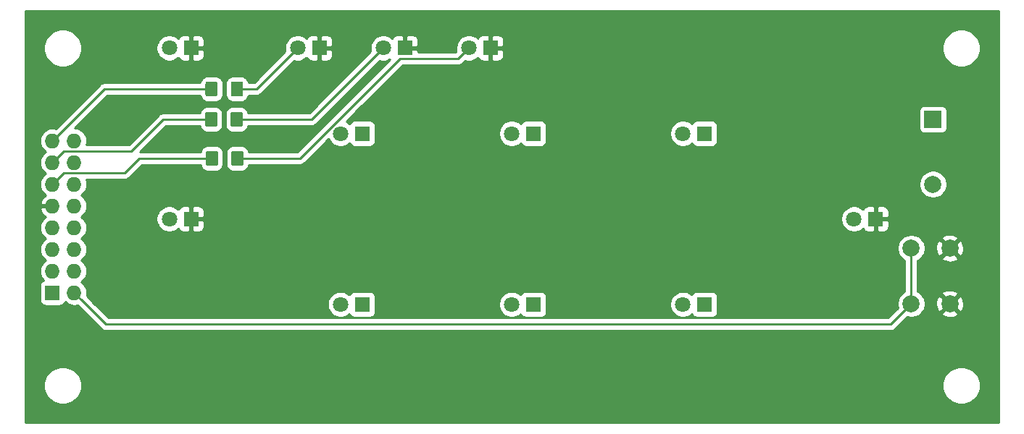
<source format=gbr>
G04 #@! TF.GenerationSoftware,KiCad,Pcbnew,(5.1.2-1)-1*
G04 #@! TF.CreationDate,2019-06-13T22:38:42+01:00*
G04 #@! TF.ProjectId,K3S_Seq_IF_Front_Panel,4b33535f-5365-4715-9f49-465f46726f6e,rev?*
G04 #@! TF.SameCoordinates,Original*
G04 #@! TF.FileFunction,Copper,L2,Bot*
G04 #@! TF.FilePolarity,Positive*
%FSLAX46Y46*%
G04 Gerber Fmt 4.6, Leading zero omitted, Abs format (unit mm)*
G04 Created by KiCad (PCBNEW (5.1.2-1)-1) date 2019-06-13 22:38:42*
%MOMM*%
%LPD*%
G04 APERTURE LIST*
%ADD10R,2.000000X2.000000*%
%ADD11C,2.000000*%
%ADD12R,1.800000X1.800000*%
%ADD13C,1.800000*%
%ADD14R,1.727200X1.727200*%
%ADD15O,1.727200X1.727200*%
%ADD16C,0.100000*%
%ADD17C,1.425000*%
%ADD18C,0.800000*%
%ADD19C,0.250000*%
%ADD20C,0.254000*%
G04 APERTURE END LIST*
D10*
X186690000Y-53340000D03*
D11*
X186690000Y-60940000D03*
D12*
X100000000Y-45000000D03*
D13*
X97460000Y-45000000D03*
X112460000Y-45000000D03*
D12*
X115000000Y-45000000D03*
X125000000Y-45000000D03*
D13*
X122460000Y-45000000D03*
X132460000Y-45000000D03*
D12*
X135000000Y-45000000D03*
X120000000Y-55000000D03*
D13*
X117460000Y-55000000D03*
X137460000Y-55000000D03*
D12*
X140000000Y-55000000D03*
X160000000Y-55000000D03*
D13*
X157460000Y-55000000D03*
X97460000Y-65000000D03*
D12*
X100000000Y-65000000D03*
X120000000Y-75000000D03*
D13*
X117460000Y-75000000D03*
X137460000Y-75000000D03*
D12*
X140000000Y-75000000D03*
X160000000Y-75000000D03*
D13*
X157460000Y-75000000D03*
X177460000Y-65000000D03*
D12*
X180000000Y-65000000D03*
D14*
X83820000Y-73660000D03*
D15*
X86360000Y-73660000D03*
X83820000Y-71120000D03*
X86360000Y-71120000D03*
X83820000Y-68580000D03*
X86360000Y-68580000D03*
X83820000Y-66040000D03*
X86360000Y-66040000D03*
X83820000Y-63500000D03*
X86360000Y-63500000D03*
X83820000Y-60960000D03*
X86360000Y-60960000D03*
X83820000Y-58420000D03*
X86360000Y-58420000D03*
X83820000Y-55880000D03*
X86360000Y-55880000D03*
D11*
X188650000Y-74930000D03*
X184150000Y-74930000D03*
X188650000Y-68430000D03*
X184150000Y-68430000D03*
D16*
G36*
X105860504Y-48910204D02*
G01*
X105884773Y-48913804D01*
X105908571Y-48919765D01*
X105931671Y-48928030D01*
X105953849Y-48938520D01*
X105974893Y-48951133D01*
X105994598Y-48965747D01*
X106012777Y-48982223D01*
X106029253Y-49000402D01*
X106043867Y-49020107D01*
X106056480Y-49041151D01*
X106066970Y-49063329D01*
X106075235Y-49086429D01*
X106081196Y-49110227D01*
X106084796Y-49134496D01*
X106086000Y-49159000D01*
X106086000Y-50409000D01*
X106084796Y-50433504D01*
X106081196Y-50457773D01*
X106075235Y-50481571D01*
X106066970Y-50504671D01*
X106056480Y-50526849D01*
X106043867Y-50547893D01*
X106029253Y-50567598D01*
X106012777Y-50585777D01*
X105994598Y-50602253D01*
X105974893Y-50616867D01*
X105953849Y-50629480D01*
X105931671Y-50639970D01*
X105908571Y-50648235D01*
X105884773Y-50654196D01*
X105860504Y-50657796D01*
X105836000Y-50659000D01*
X104911000Y-50659000D01*
X104886496Y-50657796D01*
X104862227Y-50654196D01*
X104838429Y-50648235D01*
X104815329Y-50639970D01*
X104793151Y-50629480D01*
X104772107Y-50616867D01*
X104752402Y-50602253D01*
X104734223Y-50585777D01*
X104717747Y-50567598D01*
X104703133Y-50547893D01*
X104690520Y-50526849D01*
X104680030Y-50504671D01*
X104671765Y-50481571D01*
X104665804Y-50457773D01*
X104662204Y-50433504D01*
X104661000Y-50409000D01*
X104661000Y-49159000D01*
X104662204Y-49134496D01*
X104665804Y-49110227D01*
X104671765Y-49086429D01*
X104680030Y-49063329D01*
X104690520Y-49041151D01*
X104703133Y-49020107D01*
X104717747Y-49000402D01*
X104734223Y-48982223D01*
X104752402Y-48965747D01*
X104772107Y-48951133D01*
X104793151Y-48938520D01*
X104815329Y-48928030D01*
X104838429Y-48919765D01*
X104862227Y-48913804D01*
X104886496Y-48910204D01*
X104911000Y-48909000D01*
X105836000Y-48909000D01*
X105860504Y-48910204D01*
X105860504Y-48910204D01*
G37*
D17*
X105373500Y-49784000D03*
D16*
G36*
X102885504Y-48910204D02*
G01*
X102909773Y-48913804D01*
X102933571Y-48919765D01*
X102956671Y-48928030D01*
X102978849Y-48938520D01*
X102999893Y-48951133D01*
X103019598Y-48965747D01*
X103037777Y-48982223D01*
X103054253Y-49000402D01*
X103068867Y-49020107D01*
X103081480Y-49041151D01*
X103091970Y-49063329D01*
X103100235Y-49086429D01*
X103106196Y-49110227D01*
X103109796Y-49134496D01*
X103111000Y-49159000D01*
X103111000Y-50409000D01*
X103109796Y-50433504D01*
X103106196Y-50457773D01*
X103100235Y-50481571D01*
X103091970Y-50504671D01*
X103081480Y-50526849D01*
X103068867Y-50547893D01*
X103054253Y-50567598D01*
X103037777Y-50585777D01*
X103019598Y-50602253D01*
X102999893Y-50616867D01*
X102978849Y-50629480D01*
X102956671Y-50639970D01*
X102933571Y-50648235D01*
X102909773Y-50654196D01*
X102885504Y-50657796D01*
X102861000Y-50659000D01*
X101936000Y-50659000D01*
X101911496Y-50657796D01*
X101887227Y-50654196D01*
X101863429Y-50648235D01*
X101840329Y-50639970D01*
X101818151Y-50629480D01*
X101797107Y-50616867D01*
X101777402Y-50602253D01*
X101759223Y-50585777D01*
X101742747Y-50567598D01*
X101728133Y-50547893D01*
X101715520Y-50526849D01*
X101705030Y-50504671D01*
X101696765Y-50481571D01*
X101690804Y-50457773D01*
X101687204Y-50433504D01*
X101686000Y-50409000D01*
X101686000Y-49159000D01*
X101687204Y-49134496D01*
X101690804Y-49110227D01*
X101696765Y-49086429D01*
X101705030Y-49063329D01*
X101715520Y-49041151D01*
X101728133Y-49020107D01*
X101742747Y-49000402D01*
X101759223Y-48982223D01*
X101777402Y-48965747D01*
X101797107Y-48951133D01*
X101818151Y-48938520D01*
X101840329Y-48928030D01*
X101863429Y-48919765D01*
X101887227Y-48913804D01*
X101911496Y-48910204D01*
X101936000Y-48909000D01*
X102861000Y-48909000D01*
X102885504Y-48910204D01*
X102885504Y-48910204D01*
G37*
D17*
X102398500Y-49784000D03*
D16*
G36*
X102849004Y-52466204D02*
G01*
X102873273Y-52469804D01*
X102897071Y-52475765D01*
X102920171Y-52484030D01*
X102942349Y-52494520D01*
X102963393Y-52507133D01*
X102983098Y-52521747D01*
X103001277Y-52538223D01*
X103017753Y-52556402D01*
X103032367Y-52576107D01*
X103044980Y-52597151D01*
X103055470Y-52619329D01*
X103063735Y-52642429D01*
X103069696Y-52666227D01*
X103073296Y-52690496D01*
X103074500Y-52715000D01*
X103074500Y-53965000D01*
X103073296Y-53989504D01*
X103069696Y-54013773D01*
X103063735Y-54037571D01*
X103055470Y-54060671D01*
X103044980Y-54082849D01*
X103032367Y-54103893D01*
X103017753Y-54123598D01*
X103001277Y-54141777D01*
X102983098Y-54158253D01*
X102963393Y-54172867D01*
X102942349Y-54185480D01*
X102920171Y-54195970D01*
X102897071Y-54204235D01*
X102873273Y-54210196D01*
X102849004Y-54213796D01*
X102824500Y-54215000D01*
X101899500Y-54215000D01*
X101874996Y-54213796D01*
X101850727Y-54210196D01*
X101826929Y-54204235D01*
X101803829Y-54195970D01*
X101781651Y-54185480D01*
X101760607Y-54172867D01*
X101740902Y-54158253D01*
X101722723Y-54141777D01*
X101706247Y-54123598D01*
X101691633Y-54103893D01*
X101679020Y-54082849D01*
X101668530Y-54060671D01*
X101660265Y-54037571D01*
X101654304Y-54013773D01*
X101650704Y-53989504D01*
X101649500Y-53965000D01*
X101649500Y-52715000D01*
X101650704Y-52690496D01*
X101654304Y-52666227D01*
X101660265Y-52642429D01*
X101668530Y-52619329D01*
X101679020Y-52597151D01*
X101691633Y-52576107D01*
X101706247Y-52556402D01*
X101722723Y-52538223D01*
X101740902Y-52521747D01*
X101760607Y-52507133D01*
X101781651Y-52494520D01*
X101803829Y-52484030D01*
X101826929Y-52475765D01*
X101850727Y-52469804D01*
X101874996Y-52466204D01*
X101899500Y-52465000D01*
X102824500Y-52465000D01*
X102849004Y-52466204D01*
X102849004Y-52466204D01*
G37*
D17*
X102362000Y-53340000D03*
D16*
G36*
X105824004Y-52466204D02*
G01*
X105848273Y-52469804D01*
X105872071Y-52475765D01*
X105895171Y-52484030D01*
X105917349Y-52494520D01*
X105938393Y-52507133D01*
X105958098Y-52521747D01*
X105976277Y-52538223D01*
X105992753Y-52556402D01*
X106007367Y-52576107D01*
X106019980Y-52597151D01*
X106030470Y-52619329D01*
X106038735Y-52642429D01*
X106044696Y-52666227D01*
X106048296Y-52690496D01*
X106049500Y-52715000D01*
X106049500Y-53965000D01*
X106048296Y-53989504D01*
X106044696Y-54013773D01*
X106038735Y-54037571D01*
X106030470Y-54060671D01*
X106019980Y-54082849D01*
X106007367Y-54103893D01*
X105992753Y-54123598D01*
X105976277Y-54141777D01*
X105958098Y-54158253D01*
X105938393Y-54172867D01*
X105917349Y-54185480D01*
X105895171Y-54195970D01*
X105872071Y-54204235D01*
X105848273Y-54210196D01*
X105824004Y-54213796D01*
X105799500Y-54215000D01*
X104874500Y-54215000D01*
X104849996Y-54213796D01*
X104825727Y-54210196D01*
X104801929Y-54204235D01*
X104778829Y-54195970D01*
X104756651Y-54185480D01*
X104735607Y-54172867D01*
X104715902Y-54158253D01*
X104697723Y-54141777D01*
X104681247Y-54123598D01*
X104666633Y-54103893D01*
X104654020Y-54082849D01*
X104643530Y-54060671D01*
X104635265Y-54037571D01*
X104629304Y-54013773D01*
X104625704Y-53989504D01*
X104624500Y-53965000D01*
X104624500Y-52715000D01*
X104625704Y-52690496D01*
X104629304Y-52666227D01*
X104635265Y-52642429D01*
X104643530Y-52619329D01*
X104654020Y-52597151D01*
X104666633Y-52576107D01*
X104681247Y-52556402D01*
X104697723Y-52538223D01*
X104715902Y-52521747D01*
X104735607Y-52507133D01*
X104756651Y-52494520D01*
X104778829Y-52484030D01*
X104801929Y-52475765D01*
X104825727Y-52469804D01*
X104849996Y-52466204D01*
X104874500Y-52465000D01*
X105799500Y-52465000D01*
X105824004Y-52466204D01*
X105824004Y-52466204D01*
G37*
D17*
X105337000Y-53340000D03*
D16*
G36*
X105897004Y-57038204D02*
G01*
X105921273Y-57041804D01*
X105945071Y-57047765D01*
X105968171Y-57056030D01*
X105990349Y-57066520D01*
X106011393Y-57079133D01*
X106031098Y-57093747D01*
X106049277Y-57110223D01*
X106065753Y-57128402D01*
X106080367Y-57148107D01*
X106092980Y-57169151D01*
X106103470Y-57191329D01*
X106111735Y-57214429D01*
X106117696Y-57238227D01*
X106121296Y-57262496D01*
X106122500Y-57287000D01*
X106122500Y-58537000D01*
X106121296Y-58561504D01*
X106117696Y-58585773D01*
X106111735Y-58609571D01*
X106103470Y-58632671D01*
X106092980Y-58654849D01*
X106080367Y-58675893D01*
X106065753Y-58695598D01*
X106049277Y-58713777D01*
X106031098Y-58730253D01*
X106011393Y-58744867D01*
X105990349Y-58757480D01*
X105968171Y-58767970D01*
X105945071Y-58776235D01*
X105921273Y-58782196D01*
X105897004Y-58785796D01*
X105872500Y-58787000D01*
X104947500Y-58787000D01*
X104922996Y-58785796D01*
X104898727Y-58782196D01*
X104874929Y-58776235D01*
X104851829Y-58767970D01*
X104829651Y-58757480D01*
X104808607Y-58744867D01*
X104788902Y-58730253D01*
X104770723Y-58713777D01*
X104754247Y-58695598D01*
X104739633Y-58675893D01*
X104727020Y-58654849D01*
X104716530Y-58632671D01*
X104708265Y-58609571D01*
X104702304Y-58585773D01*
X104698704Y-58561504D01*
X104697500Y-58537000D01*
X104697500Y-57287000D01*
X104698704Y-57262496D01*
X104702304Y-57238227D01*
X104708265Y-57214429D01*
X104716530Y-57191329D01*
X104727020Y-57169151D01*
X104739633Y-57148107D01*
X104754247Y-57128402D01*
X104770723Y-57110223D01*
X104788902Y-57093747D01*
X104808607Y-57079133D01*
X104829651Y-57066520D01*
X104851829Y-57056030D01*
X104874929Y-57047765D01*
X104898727Y-57041804D01*
X104922996Y-57038204D01*
X104947500Y-57037000D01*
X105872500Y-57037000D01*
X105897004Y-57038204D01*
X105897004Y-57038204D01*
G37*
D17*
X105410000Y-57912000D03*
D16*
G36*
X102922004Y-57038204D02*
G01*
X102946273Y-57041804D01*
X102970071Y-57047765D01*
X102993171Y-57056030D01*
X103015349Y-57066520D01*
X103036393Y-57079133D01*
X103056098Y-57093747D01*
X103074277Y-57110223D01*
X103090753Y-57128402D01*
X103105367Y-57148107D01*
X103117980Y-57169151D01*
X103128470Y-57191329D01*
X103136735Y-57214429D01*
X103142696Y-57238227D01*
X103146296Y-57262496D01*
X103147500Y-57287000D01*
X103147500Y-58537000D01*
X103146296Y-58561504D01*
X103142696Y-58585773D01*
X103136735Y-58609571D01*
X103128470Y-58632671D01*
X103117980Y-58654849D01*
X103105367Y-58675893D01*
X103090753Y-58695598D01*
X103074277Y-58713777D01*
X103056098Y-58730253D01*
X103036393Y-58744867D01*
X103015349Y-58757480D01*
X102993171Y-58767970D01*
X102970071Y-58776235D01*
X102946273Y-58782196D01*
X102922004Y-58785796D01*
X102897500Y-58787000D01*
X101972500Y-58787000D01*
X101947996Y-58785796D01*
X101923727Y-58782196D01*
X101899929Y-58776235D01*
X101876829Y-58767970D01*
X101854651Y-58757480D01*
X101833607Y-58744867D01*
X101813902Y-58730253D01*
X101795723Y-58713777D01*
X101779247Y-58695598D01*
X101764633Y-58675893D01*
X101752020Y-58654849D01*
X101741530Y-58632671D01*
X101733265Y-58609571D01*
X101727304Y-58585773D01*
X101723704Y-58561504D01*
X101722500Y-58537000D01*
X101722500Y-57287000D01*
X101723704Y-57262496D01*
X101727304Y-57238227D01*
X101733265Y-57214429D01*
X101741530Y-57191329D01*
X101752020Y-57169151D01*
X101764633Y-57148107D01*
X101779247Y-57128402D01*
X101795723Y-57110223D01*
X101813902Y-57093747D01*
X101833607Y-57079133D01*
X101854651Y-57066520D01*
X101876829Y-57056030D01*
X101899929Y-57047765D01*
X101923727Y-57041804D01*
X101947996Y-57038204D01*
X101972500Y-57037000D01*
X102897500Y-57037000D01*
X102922004Y-57038204D01*
X102922004Y-57038204D01*
G37*
D17*
X102435000Y-57912000D03*
D18*
X83820000Y-55880000D03*
X83820000Y-60960000D03*
D19*
X89916000Y-49784000D02*
X102398500Y-49784000D01*
X83820000Y-55880000D02*
X89916000Y-49784000D01*
X85171399Y-57068601D02*
X93045399Y-57068601D01*
X83820000Y-58420000D02*
X85171399Y-57068601D01*
X93045399Y-57068601D02*
X96774000Y-53340000D01*
X96774000Y-53340000D02*
X102362000Y-53340000D01*
X85171399Y-59608601D02*
X92283399Y-59608601D01*
X83820000Y-60960000D02*
X85171399Y-59608601D01*
X92283399Y-59608601D02*
X93980000Y-57912000D01*
X93980000Y-57912000D02*
X102435000Y-57912000D01*
X87223599Y-74523599D02*
X86360000Y-73660000D01*
X90043000Y-77343000D02*
X87223599Y-74523599D01*
X181737000Y-77343000D02*
X90043000Y-77343000D01*
X184150000Y-74930000D02*
X181737000Y-77343000D01*
X184150000Y-73515787D02*
X184150000Y-68430000D01*
X184150000Y-74930000D02*
X184150000Y-73515787D01*
X107676000Y-49784000D02*
X112460000Y-45000000D01*
X105373500Y-49784000D02*
X107676000Y-49784000D01*
X114120000Y-53340000D02*
X122460000Y-45000000D01*
X105337000Y-53340000D02*
X114120000Y-53340000D01*
X131234999Y-46225001D02*
X131560001Y-45899999D01*
X124421997Y-46225001D02*
X131234999Y-46225001D01*
X131560001Y-45899999D02*
X132460000Y-45000000D01*
X112734998Y-57912000D02*
X124421997Y-46225001D01*
X105410000Y-57912000D02*
X112734998Y-57912000D01*
D20*
G36*
X194340001Y-88840000D02*
G01*
X80660000Y-88840000D01*
X80660000Y-84279872D01*
X82765000Y-84279872D01*
X82765000Y-84720128D01*
X82850890Y-85151925D01*
X83019369Y-85558669D01*
X83263962Y-85924729D01*
X83575271Y-86236038D01*
X83941331Y-86480631D01*
X84348075Y-86649110D01*
X84779872Y-86735000D01*
X85220128Y-86735000D01*
X85651925Y-86649110D01*
X86058669Y-86480631D01*
X86424729Y-86236038D01*
X86736038Y-85924729D01*
X86980631Y-85558669D01*
X87149110Y-85151925D01*
X87235000Y-84720128D01*
X87235000Y-84279872D01*
X187765000Y-84279872D01*
X187765000Y-84720128D01*
X187850890Y-85151925D01*
X188019369Y-85558669D01*
X188263962Y-85924729D01*
X188575271Y-86236038D01*
X188941331Y-86480631D01*
X189348075Y-86649110D01*
X189779872Y-86735000D01*
X190220128Y-86735000D01*
X190651925Y-86649110D01*
X191058669Y-86480631D01*
X191424729Y-86236038D01*
X191736038Y-85924729D01*
X191980631Y-85558669D01*
X192149110Y-85151925D01*
X192235000Y-84720128D01*
X192235000Y-84279872D01*
X192149110Y-83848075D01*
X191980631Y-83441331D01*
X191736038Y-83075271D01*
X191424729Y-82763962D01*
X191058669Y-82519369D01*
X190651925Y-82350890D01*
X190220128Y-82265000D01*
X189779872Y-82265000D01*
X189348075Y-82350890D01*
X188941331Y-82519369D01*
X188575271Y-82763962D01*
X188263962Y-83075271D01*
X188019369Y-83441331D01*
X187850890Y-83848075D01*
X187765000Y-84279872D01*
X87235000Y-84279872D01*
X87149110Y-83848075D01*
X86980631Y-83441331D01*
X86736038Y-83075271D01*
X86424729Y-82763962D01*
X86058669Y-82519369D01*
X85651925Y-82350890D01*
X85220128Y-82265000D01*
X84779872Y-82265000D01*
X84348075Y-82350890D01*
X83941331Y-82519369D01*
X83575271Y-82763962D01*
X83263962Y-83075271D01*
X83019369Y-83441331D01*
X82850890Y-83848075D01*
X82765000Y-84279872D01*
X80660000Y-84279872D01*
X80660000Y-55880000D01*
X82314149Y-55880000D01*
X82343084Y-56173777D01*
X82428775Y-56456264D01*
X82567931Y-56716606D01*
X82755203Y-56944797D01*
X82983394Y-57132069D01*
X83016940Y-57150000D01*
X82983394Y-57167931D01*
X82755203Y-57355203D01*
X82567931Y-57583394D01*
X82428775Y-57843736D01*
X82343084Y-58126223D01*
X82314149Y-58420000D01*
X82343084Y-58713777D01*
X82428775Y-58996264D01*
X82567931Y-59256606D01*
X82755203Y-59484797D01*
X82983394Y-59672069D01*
X83016940Y-59690000D01*
X82983394Y-59707931D01*
X82755203Y-59895203D01*
X82567931Y-60123394D01*
X82428775Y-60383736D01*
X82343084Y-60666223D01*
X82314149Y-60960000D01*
X82343084Y-61253777D01*
X82428775Y-61536264D01*
X82567931Y-61796606D01*
X82755203Y-62024797D01*
X82983394Y-62212069D01*
X83027910Y-62235863D01*
X82931512Y-62293183D01*
X82713146Y-62489707D01*
X82537316Y-62725056D01*
X82410778Y-62990186D01*
X82365042Y-63140974D01*
X82486183Y-63373000D01*
X83693000Y-63373000D01*
X83693000Y-63353000D01*
X83947000Y-63353000D01*
X83947000Y-63373000D01*
X83967000Y-63373000D01*
X83967000Y-63627000D01*
X83947000Y-63627000D01*
X83947000Y-63647000D01*
X83693000Y-63647000D01*
X83693000Y-63627000D01*
X82486183Y-63627000D01*
X82365042Y-63859026D01*
X82410778Y-64009814D01*
X82537316Y-64274944D01*
X82713146Y-64510293D01*
X82931512Y-64706817D01*
X83027910Y-64764137D01*
X82983394Y-64787931D01*
X82755203Y-64975203D01*
X82567931Y-65203394D01*
X82428775Y-65463736D01*
X82343084Y-65746223D01*
X82314149Y-66040000D01*
X82343084Y-66333777D01*
X82428775Y-66616264D01*
X82567931Y-66876606D01*
X82755203Y-67104797D01*
X82983394Y-67292069D01*
X83016940Y-67310000D01*
X82983394Y-67327931D01*
X82755203Y-67515203D01*
X82567931Y-67743394D01*
X82428775Y-68003736D01*
X82343084Y-68286223D01*
X82314149Y-68580000D01*
X82343084Y-68873777D01*
X82428775Y-69156264D01*
X82567931Y-69416606D01*
X82755203Y-69644797D01*
X82983394Y-69832069D01*
X83016940Y-69850000D01*
X82983394Y-69867931D01*
X82755203Y-70055203D01*
X82567931Y-70283394D01*
X82428775Y-70543736D01*
X82343084Y-70826223D01*
X82314149Y-71120000D01*
X82343084Y-71413777D01*
X82428775Y-71696264D01*
X82567931Y-71956606D01*
X82755203Y-72184797D01*
X82763265Y-72191414D01*
X82712220Y-72206898D01*
X82601906Y-72265863D01*
X82505215Y-72345215D01*
X82425863Y-72441906D01*
X82366898Y-72552220D01*
X82330588Y-72671918D01*
X82318328Y-72796400D01*
X82318328Y-74523600D01*
X82330588Y-74648082D01*
X82366898Y-74767780D01*
X82425863Y-74878094D01*
X82505215Y-74974785D01*
X82601906Y-75054137D01*
X82712220Y-75113102D01*
X82831918Y-75149412D01*
X82956400Y-75161672D01*
X84683600Y-75161672D01*
X84808082Y-75149412D01*
X84927780Y-75113102D01*
X85038094Y-75054137D01*
X85134785Y-74974785D01*
X85214137Y-74878094D01*
X85273102Y-74767780D01*
X85288586Y-74716735D01*
X85295203Y-74724797D01*
X85523394Y-74912069D01*
X85783736Y-75051225D01*
X86066223Y-75136916D01*
X86286381Y-75158600D01*
X86433619Y-75158600D01*
X86653777Y-75136916D01*
X86736900Y-75111701D01*
X89479201Y-77854003D01*
X89502999Y-77883001D01*
X89531997Y-77906799D01*
X89618723Y-77977974D01*
X89750753Y-78048546D01*
X89894014Y-78092003D01*
X90005667Y-78103000D01*
X90005676Y-78103000D01*
X90042999Y-78106676D01*
X90080322Y-78103000D01*
X181699678Y-78103000D01*
X181737000Y-78106676D01*
X181774322Y-78103000D01*
X181774333Y-78103000D01*
X181885986Y-78092003D01*
X182029247Y-78048546D01*
X182161276Y-77977974D01*
X182277001Y-77883001D01*
X182300804Y-77853997D01*
X183658625Y-76496177D01*
X183673088Y-76502168D01*
X183988967Y-76565000D01*
X184311033Y-76565000D01*
X184626912Y-76502168D01*
X184924463Y-76378918D01*
X185192252Y-76199987D01*
X185326826Y-76065413D01*
X187694192Y-76065413D01*
X187789956Y-76329814D01*
X188079571Y-76470704D01*
X188391108Y-76552384D01*
X188712595Y-76571718D01*
X189031675Y-76527961D01*
X189336088Y-76422795D01*
X189510044Y-76329814D01*
X189605808Y-76065413D01*
X188650000Y-75109605D01*
X187694192Y-76065413D01*
X185326826Y-76065413D01*
X185419987Y-75972252D01*
X185598918Y-75704463D01*
X185722168Y-75406912D01*
X185785000Y-75091033D01*
X185785000Y-74992595D01*
X187008282Y-74992595D01*
X187052039Y-75311675D01*
X187157205Y-75616088D01*
X187250186Y-75790044D01*
X187514587Y-75885808D01*
X188470395Y-74930000D01*
X188829605Y-74930000D01*
X189785413Y-75885808D01*
X190049814Y-75790044D01*
X190190704Y-75500429D01*
X190272384Y-75188892D01*
X190291718Y-74867405D01*
X190247961Y-74548325D01*
X190142795Y-74243912D01*
X190049814Y-74069956D01*
X189785413Y-73974192D01*
X188829605Y-74930000D01*
X188470395Y-74930000D01*
X187514587Y-73974192D01*
X187250186Y-74069956D01*
X187109296Y-74359571D01*
X187027616Y-74671108D01*
X187008282Y-74992595D01*
X185785000Y-74992595D01*
X185785000Y-74768967D01*
X185722168Y-74453088D01*
X185598918Y-74155537D01*
X185419987Y-73887748D01*
X185326826Y-73794587D01*
X187694192Y-73794587D01*
X188650000Y-74750395D01*
X189605808Y-73794587D01*
X189510044Y-73530186D01*
X189220429Y-73389296D01*
X188908892Y-73307616D01*
X188587405Y-73288282D01*
X188268325Y-73332039D01*
X187963912Y-73437205D01*
X187789956Y-73530186D01*
X187694192Y-73794587D01*
X185326826Y-73794587D01*
X185192252Y-73660013D01*
X184924463Y-73481082D01*
X184910000Y-73475091D01*
X184910000Y-69884909D01*
X184924463Y-69878918D01*
X185192252Y-69699987D01*
X185326826Y-69565413D01*
X187694192Y-69565413D01*
X187789956Y-69829814D01*
X188079571Y-69970704D01*
X188391108Y-70052384D01*
X188712595Y-70071718D01*
X189031675Y-70027961D01*
X189336088Y-69922795D01*
X189510044Y-69829814D01*
X189605808Y-69565413D01*
X188650000Y-68609605D01*
X187694192Y-69565413D01*
X185326826Y-69565413D01*
X185419987Y-69472252D01*
X185598918Y-69204463D01*
X185722168Y-68906912D01*
X185785000Y-68591033D01*
X185785000Y-68492595D01*
X187008282Y-68492595D01*
X187052039Y-68811675D01*
X187157205Y-69116088D01*
X187250186Y-69290044D01*
X187514587Y-69385808D01*
X188470395Y-68430000D01*
X188829605Y-68430000D01*
X189785413Y-69385808D01*
X190049814Y-69290044D01*
X190190704Y-69000429D01*
X190272384Y-68688892D01*
X190291718Y-68367405D01*
X190247961Y-68048325D01*
X190142795Y-67743912D01*
X190049814Y-67569956D01*
X189785413Y-67474192D01*
X188829605Y-68430000D01*
X188470395Y-68430000D01*
X187514587Y-67474192D01*
X187250186Y-67569956D01*
X187109296Y-67859571D01*
X187027616Y-68171108D01*
X187008282Y-68492595D01*
X185785000Y-68492595D01*
X185785000Y-68268967D01*
X185722168Y-67953088D01*
X185598918Y-67655537D01*
X185419987Y-67387748D01*
X185326826Y-67294587D01*
X187694192Y-67294587D01*
X188650000Y-68250395D01*
X189605808Y-67294587D01*
X189510044Y-67030186D01*
X189220429Y-66889296D01*
X188908892Y-66807616D01*
X188587405Y-66788282D01*
X188268325Y-66832039D01*
X187963912Y-66937205D01*
X187789956Y-67030186D01*
X187694192Y-67294587D01*
X185326826Y-67294587D01*
X185192252Y-67160013D01*
X184924463Y-66981082D01*
X184626912Y-66857832D01*
X184311033Y-66795000D01*
X183988967Y-66795000D01*
X183673088Y-66857832D01*
X183375537Y-66981082D01*
X183107748Y-67160013D01*
X182880013Y-67387748D01*
X182701082Y-67655537D01*
X182577832Y-67953088D01*
X182515000Y-68268967D01*
X182515000Y-68591033D01*
X182577832Y-68906912D01*
X182701082Y-69204463D01*
X182880013Y-69472252D01*
X183107748Y-69699987D01*
X183375537Y-69878918D01*
X183390001Y-69884909D01*
X183390000Y-73475091D01*
X183375537Y-73481082D01*
X183107748Y-73660013D01*
X182880013Y-73887748D01*
X182701082Y-74155537D01*
X182577832Y-74453088D01*
X182515000Y-74768967D01*
X182515000Y-75091033D01*
X182577832Y-75406912D01*
X182583823Y-75421375D01*
X181422199Y-76583000D01*
X90357802Y-76583000D01*
X88623618Y-74848816D01*
X115925000Y-74848816D01*
X115925000Y-75151184D01*
X115983989Y-75447743D01*
X116099701Y-75727095D01*
X116267688Y-75978505D01*
X116481495Y-76192312D01*
X116732905Y-76360299D01*
X117012257Y-76476011D01*
X117308816Y-76535000D01*
X117611184Y-76535000D01*
X117907743Y-76476011D01*
X118187095Y-76360299D01*
X118438505Y-76192312D01*
X118504944Y-76125873D01*
X118510498Y-76144180D01*
X118569463Y-76254494D01*
X118648815Y-76351185D01*
X118745506Y-76430537D01*
X118855820Y-76489502D01*
X118975518Y-76525812D01*
X119100000Y-76538072D01*
X120900000Y-76538072D01*
X121024482Y-76525812D01*
X121144180Y-76489502D01*
X121254494Y-76430537D01*
X121351185Y-76351185D01*
X121430537Y-76254494D01*
X121489502Y-76144180D01*
X121525812Y-76024482D01*
X121538072Y-75900000D01*
X121538072Y-74848816D01*
X135925000Y-74848816D01*
X135925000Y-75151184D01*
X135983989Y-75447743D01*
X136099701Y-75727095D01*
X136267688Y-75978505D01*
X136481495Y-76192312D01*
X136732905Y-76360299D01*
X137012257Y-76476011D01*
X137308816Y-76535000D01*
X137611184Y-76535000D01*
X137907743Y-76476011D01*
X138187095Y-76360299D01*
X138438505Y-76192312D01*
X138504944Y-76125873D01*
X138510498Y-76144180D01*
X138569463Y-76254494D01*
X138648815Y-76351185D01*
X138745506Y-76430537D01*
X138855820Y-76489502D01*
X138975518Y-76525812D01*
X139100000Y-76538072D01*
X140900000Y-76538072D01*
X141024482Y-76525812D01*
X141144180Y-76489502D01*
X141254494Y-76430537D01*
X141351185Y-76351185D01*
X141430537Y-76254494D01*
X141489502Y-76144180D01*
X141525812Y-76024482D01*
X141538072Y-75900000D01*
X141538072Y-74848816D01*
X155925000Y-74848816D01*
X155925000Y-75151184D01*
X155983989Y-75447743D01*
X156099701Y-75727095D01*
X156267688Y-75978505D01*
X156481495Y-76192312D01*
X156732905Y-76360299D01*
X157012257Y-76476011D01*
X157308816Y-76535000D01*
X157611184Y-76535000D01*
X157907743Y-76476011D01*
X158187095Y-76360299D01*
X158438505Y-76192312D01*
X158504944Y-76125873D01*
X158510498Y-76144180D01*
X158569463Y-76254494D01*
X158648815Y-76351185D01*
X158745506Y-76430537D01*
X158855820Y-76489502D01*
X158975518Y-76525812D01*
X159100000Y-76538072D01*
X160900000Y-76538072D01*
X161024482Y-76525812D01*
X161144180Y-76489502D01*
X161254494Y-76430537D01*
X161351185Y-76351185D01*
X161430537Y-76254494D01*
X161489502Y-76144180D01*
X161525812Y-76024482D01*
X161538072Y-75900000D01*
X161538072Y-74100000D01*
X161525812Y-73975518D01*
X161489502Y-73855820D01*
X161430537Y-73745506D01*
X161351185Y-73648815D01*
X161254494Y-73569463D01*
X161144180Y-73510498D01*
X161024482Y-73474188D01*
X160900000Y-73461928D01*
X159100000Y-73461928D01*
X158975518Y-73474188D01*
X158855820Y-73510498D01*
X158745506Y-73569463D01*
X158648815Y-73648815D01*
X158569463Y-73745506D01*
X158510498Y-73855820D01*
X158504944Y-73874127D01*
X158438505Y-73807688D01*
X158187095Y-73639701D01*
X157907743Y-73523989D01*
X157611184Y-73465000D01*
X157308816Y-73465000D01*
X157012257Y-73523989D01*
X156732905Y-73639701D01*
X156481495Y-73807688D01*
X156267688Y-74021495D01*
X156099701Y-74272905D01*
X155983989Y-74552257D01*
X155925000Y-74848816D01*
X141538072Y-74848816D01*
X141538072Y-74100000D01*
X141525812Y-73975518D01*
X141489502Y-73855820D01*
X141430537Y-73745506D01*
X141351185Y-73648815D01*
X141254494Y-73569463D01*
X141144180Y-73510498D01*
X141024482Y-73474188D01*
X140900000Y-73461928D01*
X139100000Y-73461928D01*
X138975518Y-73474188D01*
X138855820Y-73510498D01*
X138745506Y-73569463D01*
X138648815Y-73648815D01*
X138569463Y-73745506D01*
X138510498Y-73855820D01*
X138504944Y-73874127D01*
X138438505Y-73807688D01*
X138187095Y-73639701D01*
X137907743Y-73523989D01*
X137611184Y-73465000D01*
X137308816Y-73465000D01*
X137012257Y-73523989D01*
X136732905Y-73639701D01*
X136481495Y-73807688D01*
X136267688Y-74021495D01*
X136099701Y-74272905D01*
X135983989Y-74552257D01*
X135925000Y-74848816D01*
X121538072Y-74848816D01*
X121538072Y-74100000D01*
X121525812Y-73975518D01*
X121489502Y-73855820D01*
X121430537Y-73745506D01*
X121351185Y-73648815D01*
X121254494Y-73569463D01*
X121144180Y-73510498D01*
X121024482Y-73474188D01*
X120900000Y-73461928D01*
X119100000Y-73461928D01*
X118975518Y-73474188D01*
X118855820Y-73510498D01*
X118745506Y-73569463D01*
X118648815Y-73648815D01*
X118569463Y-73745506D01*
X118510498Y-73855820D01*
X118504944Y-73874127D01*
X118438505Y-73807688D01*
X118187095Y-73639701D01*
X117907743Y-73523989D01*
X117611184Y-73465000D01*
X117308816Y-73465000D01*
X117012257Y-73523989D01*
X116732905Y-73639701D01*
X116481495Y-73807688D01*
X116267688Y-74021495D01*
X116099701Y-74272905D01*
X115983989Y-74552257D01*
X115925000Y-74848816D01*
X88623618Y-74848816D01*
X87811701Y-74036900D01*
X87836916Y-73953777D01*
X87865851Y-73660000D01*
X87836916Y-73366223D01*
X87751225Y-73083736D01*
X87612069Y-72823394D01*
X87424797Y-72595203D01*
X87196606Y-72407931D01*
X87163060Y-72390000D01*
X87196606Y-72372069D01*
X87424797Y-72184797D01*
X87612069Y-71956606D01*
X87751225Y-71696264D01*
X87836916Y-71413777D01*
X87865851Y-71120000D01*
X87836916Y-70826223D01*
X87751225Y-70543736D01*
X87612069Y-70283394D01*
X87424797Y-70055203D01*
X87196606Y-69867931D01*
X87163060Y-69850000D01*
X87196606Y-69832069D01*
X87424797Y-69644797D01*
X87612069Y-69416606D01*
X87751225Y-69156264D01*
X87836916Y-68873777D01*
X87865851Y-68580000D01*
X87836916Y-68286223D01*
X87751225Y-68003736D01*
X87612069Y-67743394D01*
X87424797Y-67515203D01*
X87196606Y-67327931D01*
X87163060Y-67310000D01*
X87196606Y-67292069D01*
X87424797Y-67104797D01*
X87612069Y-66876606D01*
X87751225Y-66616264D01*
X87836916Y-66333777D01*
X87865851Y-66040000D01*
X87836916Y-65746223D01*
X87751225Y-65463736D01*
X87612069Y-65203394D01*
X87424797Y-64975203D01*
X87270795Y-64848816D01*
X95925000Y-64848816D01*
X95925000Y-65151184D01*
X95983989Y-65447743D01*
X96099701Y-65727095D01*
X96267688Y-65978505D01*
X96481495Y-66192312D01*
X96732905Y-66360299D01*
X97012257Y-66476011D01*
X97308816Y-66535000D01*
X97611184Y-66535000D01*
X97907743Y-66476011D01*
X98187095Y-66360299D01*
X98438505Y-66192312D01*
X98504944Y-66125873D01*
X98510498Y-66144180D01*
X98569463Y-66254494D01*
X98648815Y-66351185D01*
X98745506Y-66430537D01*
X98855820Y-66489502D01*
X98975518Y-66525812D01*
X99100000Y-66538072D01*
X99714250Y-66535000D01*
X99873000Y-66376250D01*
X99873000Y-65127000D01*
X100127000Y-65127000D01*
X100127000Y-66376250D01*
X100285750Y-66535000D01*
X100900000Y-66538072D01*
X101024482Y-66525812D01*
X101144180Y-66489502D01*
X101254494Y-66430537D01*
X101351185Y-66351185D01*
X101430537Y-66254494D01*
X101489502Y-66144180D01*
X101525812Y-66024482D01*
X101538072Y-65900000D01*
X101535000Y-65285750D01*
X101376250Y-65127000D01*
X100127000Y-65127000D01*
X99873000Y-65127000D01*
X99853000Y-65127000D01*
X99853000Y-64873000D01*
X99873000Y-64873000D01*
X99873000Y-63623750D01*
X100127000Y-63623750D01*
X100127000Y-64873000D01*
X101376250Y-64873000D01*
X101400434Y-64848816D01*
X175925000Y-64848816D01*
X175925000Y-65151184D01*
X175983989Y-65447743D01*
X176099701Y-65727095D01*
X176267688Y-65978505D01*
X176481495Y-66192312D01*
X176732905Y-66360299D01*
X177012257Y-66476011D01*
X177308816Y-66535000D01*
X177611184Y-66535000D01*
X177907743Y-66476011D01*
X178187095Y-66360299D01*
X178438505Y-66192312D01*
X178504944Y-66125873D01*
X178510498Y-66144180D01*
X178569463Y-66254494D01*
X178648815Y-66351185D01*
X178745506Y-66430537D01*
X178855820Y-66489502D01*
X178975518Y-66525812D01*
X179100000Y-66538072D01*
X179714250Y-66535000D01*
X179873000Y-66376250D01*
X179873000Y-65127000D01*
X180127000Y-65127000D01*
X180127000Y-66376250D01*
X180285750Y-66535000D01*
X180900000Y-66538072D01*
X181024482Y-66525812D01*
X181144180Y-66489502D01*
X181254494Y-66430537D01*
X181351185Y-66351185D01*
X181430537Y-66254494D01*
X181489502Y-66144180D01*
X181525812Y-66024482D01*
X181538072Y-65900000D01*
X181535000Y-65285750D01*
X181376250Y-65127000D01*
X180127000Y-65127000D01*
X179873000Y-65127000D01*
X179853000Y-65127000D01*
X179853000Y-64873000D01*
X179873000Y-64873000D01*
X179873000Y-63623750D01*
X180127000Y-63623750D01*
X180127000Y-64873000D01*
X181376250Y-64873000D01*
X181535000Y-64714250D01*
X181538072Y-64100000D01*
X181525812Y-63975518D01*
X181489502Y-63855820D01*
X181430537Y-63745506D01*
X181351185Y-63648815D01*
X181254494Y-63569463D01*
X181144180Y-63510498D01*
X181024482Y-63474188D01*
X180900000Y-63461928D01*
X180285750Y-63465000D01*
X180127000Y-63623750D01*
X179873000Y-63623750D01*
X179714250Y-63465000D01*
X179100000Y-63461928D01*
X178975518Y-63474188D01*
X178855820Y-63510498D01*
X178745506Y-63569463D01*
X178648815Y-63648815D01*
X178569463Y-63745506D01*
X178510498Y-63855820D01*
X178504944Y-63874127D01*
X178438505Y-63807688D01*
X178187095Y-63639701D01*
X177907743Y-63523989D01*
X177611184Y-63465000D01*
X177308816Y-63465000D01*
X177012257Y-63523989D01*
X176732905Y-63639701D01*
X176481495Y-63807688D01*
X176267688Y-64021495D01*
X176099701Y-64272905D01*
X175983989Y-64552257D01*
X175925000Y-64848816D01*
X101400434Y-64848816D01*
X101535000Y-64714250D01*
X101538072Y-64100000D01*
X101525812Y-63975518D01*
X101489502Y-63855820D01*
X101430537Y-63745506D01*
X101351185Y-63648815D01*
X101254494Y-63569463D01*
X101144180Y-63510498D01*
X101024482Y-63474188D01*
X100900000Y-63461928D01*
X100285750Y-63465000D01*
X100127000Y-63623750D01*
X99873000Y-63623750D01*
X99714250Y-63465000D01*
X99100000Y-63461928D01*
X98975518Y-63474188D01*
X98855820Y-63510498D01*
X98745506Y-63569463D01*
X98648815Y-63648815D01*
X98569463Y-63745506D01*
X98510498Y-63855820D01*
X98504944Y-63874127D01*
X98438505Y-63807688D01*
X98187095Y-63639701D01*
X97907743Y-63523989D01*
X97611184Y-63465000D01*
X97308816Y-63465000D01*
X97012257Y-63523989D01*
X96732905Y-63639701D01*
X96481495Y-63807688D01*
X96267688Y-64021495D01*
X96099701Y-64272905D01*
X95983989Y-64552257D01*
X95925000Y-64848816D01*
X87270795Y-64848816D01*
X87196606Y-64787931D01*
X87163060Y-64770000D01*
X87196606Y-64752069D01*
X87424797Y-64564797D01*
X87612069Y-64336606D01*
X87751225Y-64076264D01*
X87836916Y-63793777D01*
X87865851Y-63500000D01*
X87836916Y-63206223D01*
X87751225Y-62923736D01*
X87612069Y-62663394D01*
X87424797Y-62435203D01*
X87196606Y-62247931D01*
X87163060Y-62230000D01*
X87196606Y-62212069D01*
X87424797Y-62024797D01*
X87612069Y-61796606D01*
X87751225Y-61536264D01*
X87836916Y-61253777D01*
X87865851Y-60960000D01*
X87848021Y-60778967D01*
X185055000Y-60778967D01*
X185055000Y-61101033D01*
X185117832Y-61416912D01*
X185241082Y-61714463D01*
X185420013Y-61982252D01*
X185647748Y-62209987D01*
X185915537Y-62388918D01*
X186213088Y-62512168D01*
X186528967Y-62575000D01*
X186851033Y-62575000D01*
X187166912Y-62512168D01*
X187464463Y-62388918D01*
X187732252Y-62209987D01*
X187959987Y-61982252D01*
X188138918Y-61714463D01*
X188262168Y-61416912D01*
X188325000Y-61101033D01*
X188325000Y-60778967D01*
X188262168Y-60463088D01*
X188138918Y-60165537D01*
X187959987Y-59897748D01*
X187732252Y-59670013D01*
X187464463Y-59491082D01*
X187166912Y-59367832D01*
X186851033Y-59305000D01*
X186528967Y-59305000D01*
X186213088Y-59367832D01*
X185915537Y-59491082D01*
X185647748Y-59670013D01*
X185420013Y-59897748D01*
X185241082Y-60165537D01*
X185117832Y-60463088D01*
X185055000Y-60778967D01*
X87848021Y-60778967D01*
X87836916Y-60666223D01*
X87751225Y-60383736D01*
X87743135Y-60368601D01*
X92246077Y-60368601D01*
X92283399Y-60372277D01*
X92320721Y-60368601D01*
X92320732Y-60368601D01*
X92432385Y-60357604D01*
X92575646Y-60314147D01*
X92707675Y-60243575D01*
X92823400Y-60148602D01*
X92847203Y-60119598D01*
X94294802Y-58672000D01*
X101097724Y-58672000D01*
X101101492Y-58710254D01*
X101152028Y-58876850D01*
X101234095Y-59030386D01*
X101344538Y-59164962D01*
X101479114Y-59275405D01*
X101632650Y-59357472D01*
X101799246Y-59408008D01*
X101972500Y-59425072D01*
X102897500Y-59425072D01*
X103070754Y-59408008D01*
X103237350Y-59357472D01*
X103390886Y-59275405D01*
X103525462Y-59164962D01*
X103635905Y-59030386D01*
X103717972Y-58876850D01*
X103768508Y-58710254D01*
X103785572Y-58537000D01*
X103785572Y-57287000D01*
X103768508Y-57113746D01*
X103717972Y-56947150D01*
X103635905Y-56793614D01*
X103525462Y-56659038D01*
X103390886Y-56548595D01*
X103237350Y-56466528D01*
X103070754Y-56415992D01*
X102897500Y-56398928D01*
X101972500Y-56398928D01*
X101799246Y-56415992D01*
X101632650Y-56466528D01*
X101479114Y-56548595D01*
X101344538Y-56659038D01*
X101234095Y-56793614D01*
X101152028Y-56947150D01*
X101101492Y-57113746D01*
X101097724Y-57152000D01*
X94036801Y-57152000D01*
X97088802Y-54100000D01*
X101024724Y-54100000D01*
X101028492Y-54138254D01*
X101079028Y-54304850D01*
X101161095Y-54458386D01*
X101271538Y-54592962D01*
X101406114Y-54703405D01*
X101559650Y-54785472D01*
X101726246Y-54836008D01*
X101899500Y-54853072D01*
X102824500Y-54853072D01*
X102997754Y-54836008D01*
X103164350Y-54785472D01*
X103317886Y-54703405D01*
X103452462Y-54592962D01*
X103562905Y-54458386D01*
X103644972Y-54304850D01*
X103695508Y-54138254D01*
X103712572Y-53965000D01*
X103712572Y-52715000D01*
X103986428Y-52715000D01*
X103986428Y-53965000D01*
X104003492Y-54138254D01*
X104054028Y-54304850D01*
X104136095Y-54458386D01*
X104246538Y-54592962D01*
X104381114Y-54703405D01*
X104534650Y-54785472D01*
X104701246Y-54836008D01*
X104874500Y-54853072D01*
X105799500Y-54853072D01*
X105972754Y-54836008D01*
X106139350Y-54785472D01*
X106292886Y-54703405D01*
X106427462Y-54592962D01*
X106537905Y-54458386D01*
X106619972Y-54304850D01*
X106670508Y-54138254D01*
X106674276Y-54100000D01*
X114082678Y-54100000D01*
X114120000Y-54103676D01*
X114157322Y-54100000D01*
X114157333Y-54100000D01*
X114268986Y-54089003D01*
X114412247Y-54045546D01*
X114544276Y-53974974D01*
X114660001Y-53880001D01*
X114683804Y-53850997D01*
X122051070Y-46483731D01*
X122308816Y-46535000D01*
X122611184Y-46535000D01*
X122907743Y-46476011D01*
X123187095Y-46360299D01*
X123261838Y-46310358D01*
X112420197Y-57152000D01*
X106747276Y-57152000D01*
X106743508Y-57113746D01*
X106692972Y-56947150D01*
X106610905Y-56793614D01*
X106500462Y-56659038D01*
X106365886Y-56548595D01*
X106212350Y-56466528D01*
X106045754Y-56415992D01*
X105872500Y-56398928D01*
X104947500Y-56398928D01*
X104774246Y-56415992D01*
X104607650Y-56466528D01*
X104454114Y-56548595D01*
X104319538Y-56659038D01*
X104209095Y-56793614D01*
X104127028Y-56947150D01*
X104076492Y-57113746D01*
X104059428Y-57287000D01*
X104059428Y-58537000D01*
X104076492Y-58710254D01*
X104127028Y-58876850D01*
X104209095Y-59030386D01*
X104319538Y-59164962D01*
X104454114Y-59275405D01*
X104607650Y-59357472D01*
X104774246Y-59408008D01*
X104947500Y-59425072D01*
X105872500Y-59425072D01*
X106045754Y-59408008D01*
X106212350Y-59357472D01*
X106365886Y-59275405D01*
X106500462Y-59164962D01*
X106610905Y-59030386D01*
X106692972Y-58876850D01*
X106743508Y-58710254D01*
X106747276Y-58672000D01*
X112697676Y-58672000D01*
X112734998Y-58675676D01*
X112772320Y-58672000D01*
X112772331Y-58672000D01*
X112883984Y-58661003D01*
X113027245Y-58617546D01*
X113159274Y-58546974D01*
X113274999Y-58452001D01*
X113298802Y-58422997D01*
X116068948Y-55652851D01*
X116099701Y-55727095D01*
X116267688Y-55978505D01*
X116481495Y-56192312D01*
X116732905Y-56360299D01*
X117012257Y-56476011D01*
X117308816Y-56535000D01*
X117611184Y-56535000D01*
X117907743Y-56476011D01*
X118187095Y-56360299D01*
X118438505Y-56192312D01*
X118504944Y-56125873D01*
X118510498Y-56144180D01*
X118569463Y-56254494D01*
X118648815Y-56351185D01*
X118745506Y-56430537D01*
X118855820Y-56489502D01*
X118975518Y-56525812D01*
X119100000Y-56538072D01*
X120900000Y-56538072D01*
X121024482Y-56525812D01*
X121144180Y-56489502D01*
X121254494Y-56430537D01*
X121351185Y-56351185D01*
X121430537Y-56254494D01*
X121489502Y-56144180D01*
X121525812Y-56024482D01*
X121538072Y-55900000D01*
X121538072Y-54848816D01*
X135925000Y-54848816D01*
X135925000Y-55151184D01*
X135983989Y-55447743D01*
X136099701Y-55727095D01*
X136267688Y-55978505D01*
X136481495Y-56192312D01*
X136732905Y-56360299D01*
X137012257Y-56476011D01*
X137308816Y-56535000D01*
X137611184Y-56535000D01*
X137907743Y-56476011D01*
X138187095Y-56360299D01*
X138438505Y-56192312D01*
X138504944Y-56125873D01*
X138510498Y-56144180D01*
X138569463Y-56254494D01*
X138648815Y-56351185D01*
X138745506Y-56430537D01*
X138855820Y-56489502D01*
X138975518Y-56525812D01*
X139100000Y-56538072D01*
X140900000Y-56538072D01*
X141024482Y-56525812D01*
X141144180Y-56489502D01*
X141254494Y-56430537D01*
X141351185Y-56351185D01*
X141430537Y-56254494D01*
X141489502Y-56144180D01*
X141525812Y-56024482D01*
X141538072Y-55900000D01*
X141538072Y-54848816D01*
X155925000Y-54848816D01*
X155925000Y-55151184D01*
X155983989Y-55447743D01*
X156099701Y-55727095D01*
X156267688Y-55978505D01*
X156481495Y-56192312D01*
X156732905Y-56360299D01*
X157012257Y-56476011D01*
X157308816Y-56535000D01*
X157611184Y-56535000D01*
X157907743Y-56476011D01*
X158187095Y-56360299D01*
X158438505Y-56192312D01*
X158504944Y-56125873D01*
X158510498Y-56144180D01*
X158569463Y-56254494D01*
X158648815Y-56351185D01*
X158745506Y-56430537D01*
X158855820Y-56489502D01*
X158975518Y-56525812D01*
X159100000Y-56538072D01*
X160900000Y-56538072D01*
X161024482Y-56525812D01*
X161144180Y-56489502D01*
X161254494Y-56430537D01*
X161351185Y-56351185D01*
X161430537Y-56254494D01*
X161489502Y-56144180D01*
X161525812Y-56024482D01*
X161538072Y-55900000D01*
X161538072Y-54100000D01*
X161525812Y-53975518D01*
X161489502Y-53855820D01*
X161430537Y-53745506D01*
X161351185Y-53648815D01*
X161254494Y-53569463D01*
X161144180Y-53510498D01*
X161024482Y-53474188D01*
X160900000Y-53461928D01*
X159100000Y-53461928D01*
X158975518Y-53474188D01*
X158855820Y-53510498D01*
X158745506Y-53569463D01*
X158648815Y-53648815D01*
X158569463Y-53745506D01*
X158510498Y-53855820D01*
X158504944Y-53874127D01*
X158438505Y-53807688D01*
X158187095Y-53639701D01*
X157907743Y-53523989D01*
X157611184Y-53465000D01*
X157308816Y-53465000D01*
X157012257Y-53523989D01*
X156732905Y-53639701D01*
X156481495Y-53807688D01*
X156267688Y-54021495D01*
X156099701Y-54272905D01*
X155983989Y-54552257D01*
X155925000Y-54848816D01*
X141538072Y-54848816D01*
X141538072Y-54100000D01*
X141525812Y-53975518D01*
X141489502Y-53855820D01*
X141430537Y-53745506D01*
X141351185Y-53648815D01*
X141254494Y-53569463D01*
X141144180Y-53510498D01*
X141024482Y-53474188D01*
X140900000Y-53461928D01*
X139100000Y-53461928D01*
X138975518Y-53474188D01*
X138855820Y-53510498D01*
X138745506Y-53569463D01*
X138648815Y-53648815D01*
X138569463Y-53745506D01*
X138510498Y-53855820D01*
X138504944Y-53874127D01*
X138438505Y-53807688D01*
X138187095Y-53639701D01*
X137907743Y-53523989D01*
X137611184Y-53465000D01*
X137308816Y-53465000D01*
X137012257Y-53523989D01*
X136732905Y-53639701D01*
X136481495Y-53807688D01*
X136267688Y-54021495D01*
X136099701Y-54272905D01*
X135983989Y-54552257D01*
X135925000Y-54848816D01*
X121538072Y-54848816D01*
X121538072Y-54100000D01*
X121525812Y-53975518D01*
X121489502Y-53855820D01*
X121430537Y-53745506D01*
X121351185Y-53648815D01*
X121254494Y-53569463D01*
X121144180Y-53510498D01*
X121024482Y-53474188D01*
X120900000Y-53461928D01*
X119100000Y-53461928D01*
X118975518Y-53474188D01*
X118855820Y-53510498D01*
X118745506Y-53569463D01*
X118648815Y-53648815D01*
X118569463Y-53745506D01*
X118510498Y-53855820D01*
X118504944Y-53874127D01*
X118438505Y-53807688D01*
X118187095Y-53639701D01*
X118112852Y-53608948D01*
X119381800Y-52340000D01*
X185051928Y-52340000D01*
X185051928Y-54340000D01*
X185064188Y-54464482D01*
X185100498Y-54584180D01*
X185159463Y-54694494D01*
X185238815Y-54791185D01*
X185335506Y-54870537D01*
X185445820Y-54929502D01*
X185565518Y-54965812D01*
X185690000Y-54978072D01*
X187690000Y-54978072D01*
X187814482Y-54965812D01*
X187934180Y-54929502D01*
X188044494Y-54870537D01*
X188141185Y-54791185D01*
X188220537Y-54694494D01*
X188279502Y-54584180D01*
X188315812Y-54464482D01*
X188328072Y-54340000D01*
X188328072Y-52340000D01*
X188315812Y-52215518D01*
X188279502Y-52095820D01*
X188220537Y-51985506D01*
X188141185Y-51888815D01*
X188044494Y-51809463D01*
X187934180Y-51750498D01*
X187814482Y-51714188D01*
X187690000Y-51701928D01*
X185690000Y-51701928D01*
X185565518Y-51714188D01*
X185445820Y-51750498D01*
X185335506Y-51809463D01*
X185238815Y-51888815D01*
X185159463Y-51985506D01*
X185100498Y-52095820D01*
X185064188Y-52215518D01*
X185051928Y-52340000D01*
X119381800Y-52340000D01*
X124736800Y-46985001D01*
X131197677Y-46985001D01*
X131234999Y-46988677D01*
X131272321Y-46985001D01*
X131272332Y-46985001D01*
X131383985Y-46974004D01*
X131527246Y-46930547D01*
X131659275Y-46859975D01*
X131775000Y-46765002D01*
X131798803Y-46735998D01*
X132051070Y-46483731D01*
X132308816Y-46535000D01*
X132611184Y-46535000D01*
X132907743Y-46476011D01*
X133187095Y-46360299D01*
X133438505Y-46192312D01*
X133504944Y-46125873D01*
X133510498Y-46144180D01*
X133569463Y-46254494D01*
X133648815Y-46351185D01*
X133745506Y-46430537D01*
X133855820Y-46489502D01*
X133975518Y-46525812D01*
X134100000Y-46538072D01*
X134714250Y-46535000D01*
X134873000Y-46376250D01*
X134873000Y-45127000D01*
X135127000Y-45127000D01*
X135127000Y-46376250D01*
X135285750Y-46535000D01*
X135900000Y-46538072D01*
X136024482Y-46525812D01*
X136144180Y-46489502D01*
X136254494Y-46430537D01*
X136351185Y-46351185D01*
X136430537Y-46254494D01*
X136489502Y-46144180D01*
X136525812Y-46024482D01*
X136538072Y-45900000D01*
X136535000Y-45285750D01*
X136376250Y-45127000D01*
X135127000Y-45127000D01*
X134873000Y-45127000D01*
X134853000Y-45127000D01*
X134853000Y-44873000D01*
X134873000Y-44873000D01*
X134873000Y-43623750D01*
X135127000Y-43623750D01*
X135127000Y-44873000D01*
X136376250Y-44873000D01*
X136469378Y-44779872D01*
X187765000Y-44779872D01*
X187765000Y-45220128D01*
X187850890Y-45651925D01*
X188019369Y-46058669D01*
X188263962Y-46424729D01*
X188575271Y-46736038D01*
X188941331Y-46980631D01*
X189348075Y-47149110D01*
X189779872Y-47235000D01*
X190220128Y-47235000D01*
X190651925Y-47149110D01*
X191058669Y-46980631D01*
X191424729Y-46736038D01*
X191736038Y-46424729D01*
X191980631Y-46058669D01*
X192149110Y-45651925D01*
X192235000Y-45220128D01*
X192235000Y-44779872D01*
X192149110Y-44348075D01*
X191980631Y-43941331D01*
X191736038Y-43575271D01*
X191424729Y-43263962D01*
X191058669Y-43019369D01*
X190651925Y-42850890D01*
X190220128Y-42765000D01*
X189779872Y-42765000D01*
X189348075Y-42850890D01*
X188941331Y-43019369D01*
X188575271Y-43263962D01*
X188263962Y-43575271D01*
X188019369Y-43941331D01*
X187850890Y-44348075D01*
X187765000Y-44779872D01*
X136469378Y-44779872D01*
X136535000Y-44714250D01*
X136538072Y-44100000D01*
X136525812Y-43975518D01*
X136489502Y-43855820D01*
X136430537Y-43745506D01*
X136351185Y-43648815D01*
X136254494Y-43569463D01*
X136144180Y-43510498D01*
X136024482Y-43474188D01*
X135900000Y-43461928D01*
X135285750Y-43465000D01*
X135127000Y-43623750D01*
X134873000Y-43623750D01*
X134714250Y-43465000D01*
X134100000Y-43461928D01*
X133975518Y-43474188D01*
X133855820Y-43510498D01*
X133745506Y-43569463D01*
X133648815Y-43648815D01*
X133569463Y-43745506D01*
X133510498Y-43855820D01*
X133504944Y-43874127D01*
X133438505Y-43807688D01*
X133187095Y-43639701D01*
X132907743Y-43523989D01*
X132611184Y-43465000D01*
X132308816Y-43465000D01*
X132012257Y-43523989D01*
X131732905Y-43639701D01*
X131481495Y-43807688D01*
X131267688Y-44021495D01*
X131099701Y-44272905D01*
X130983989Y-44552257D01*
X130925000Y-44848816D01*
X130925000Y-45151184D01*
X130976269Y-45408930D01*
X130920198Y-45465001D01*
X126535896Y-45465001D01*
X126535000Y-45285750D01*
X126376250Y-45127000D01*
X125127000Y-45127000D01*
X125127000Y-45147000D01*
X124873000Y-45147000D01*
X124873000Y-45127000D01*
X124853000Y-45127000D01*
X124853000Y-44873000D01*
X124873000Y-44873000D01*
X124873000Y-43623750D01*
X125127000Y-43623750D01*
X125127000Y-44873000D01*
X126376250Y-44873000D01*
X126535000Y-44714250D01*
X126538072Y-44100000D01*
X126525812Y-43975518D01*
X126489502Y-43855820D01*
X126430537Y-43745506D01*
X126351185Y-43648815D01*
X126254494Y-43569463D01*
X126144180Y-43510498D01*
X126024482Y-43474188D01*
X125900000Y-43461928D01*
X125285750Y-43465000D01*
X125127000Y-43623750D01*
X124873000Y-43623750D01*
X124714250Y-43465000D01*
X124100000Y-43461928D01*
X123975518Y-43474188D01*
X123855820Y-43510498D01*
X123745506Y-43569463D01*
X123648815Y-43648815D01*
X123569463Y-43745506D01*
X123510498Y-43855820D01*
X123504944Y-43874127D01*
X123438505Y-43807688D01*
X123187095Y-43639701D01*
X122907743Y-43523989D01*
X122611184Y-43465000D01*
X122308816Y-43465000D01*
X122012257Y-43523989D01*
X121732905Y-43639701D01*
X121481495Y-43807688D01*
X121267688Y-44021495D01*
X121099701Y-44272905D01*
X120983989Y-44552257D01*
X120925000Y-44848816D01*
X120925000Y-45151184D01*
X120976269Y-45408930D01*
X113805199Y-52580000D01*
X106674276Y-52580000D01*
X106670508Y-52541746D01*
X106619972Y-52375150D01*
X106537905Y-52221614D01*
X106427462Y-52087038D01*
X106292886Y-51976595D01*
X106139350Y-51894528D01*
X105972754Y-51843992D01*
X105799500Y-51826928D01*
X104874500Y-51826928D01*
X104701246Y-51843992D01*
X104534650Y-51894528D01*
X104381114Y-51976595D01*
X104246538Y-52087038D01*
X104136095Y-52221614D01*
X104054028Y-52375150D01*
X104003492Y-52541746D01*
X103986428Y-52715000D01*
X103712572Y-52715000D01*
X103695508Y-52541746D01*
X103644972Y-52375150D01*
X103562905Y-52221614D01*
X103452462Y-52087038D01*
X103317886Y-51976595D01*
X103164350Y-51894528D01*
X102997754Y-51843992D01*
X102824500Y-51826928D01*
X101899500Y-51826928D01*
X101726246Y-51843992D01*
X101559650Y-51894528D01*
X101406114Y-51976595D01*
X101271538Y-52087038D01*
X101161095Y-52221614D01*
X101079028Y-52375150D01*
X101028492Y-52541746D01*
X101024724Y-52580000D01*
X96811322Y-52580000D01*
X96773999Y-52576324D01*
X96736676Y-52580000D01*
X96736667Y-52580000D01*
X96625014Y-52590997D01*
X96481753Y-52634454D01*
X96349723Y-52705026D01*
X96266083Y-52773668D01*
X96233999Y-52799999D01*
X96210201Y-52828997D01*
X92730598Y-56308601D01*
X87796018Y-56308601D01*
X87836916Y-56173777D01*
X87865851Y-55880000D01*
X87836916Y-55586223D01*
X87751225Y-55303736D01*
X87612069Y-55043394D01*
X87424797Y-54815203D01*
X87196606Y-54627931D01*
X86936264Y-54488775D01*
X86653777Y-54403084D01*
X86433619Y-54381400D01*
X86393401Y-54381400D01*
X90230802Y-50544000D01*
X101061224Y-50544000D01*
X101064992Y-50582254D01*
X101115528Y-50748850D01*
X101197595Y-50902386D01*
X101308038Y-51036962D01*
X101442614Y-51147405D01*
X101596150Y-51229472D01*
X101762746Y-51280008D01*
X101936000Y-51297072D01*
X102861000Y-51297072D01*
X103034254Y-51280008D01*
X103200850Y-51229472D01*
X103354386Y-51147405D01*
X103488962Y-51036962D01*
X103599405Y-50902386D01*
X103681472Y-50748850D01*
X103732008Y-50582254D01*
X103749072Y-50409000D01*
X103749072Y-49159000D01*
X104022928Y-49159000D01*
X104022928Y-50409000D01*
X104039992Y-50582254D01*
X104090528Y-50748850D01*
X104172595Y-50902386D01*
X104283038Y-51036962D01*
X104417614Y-51147405D01*
X104571150Y-51229472D01*
X104737746Y-51280008D01*
X104911000Y-51297072D01*
X105836000Y-51297072D01*
X106009254Y-51280008D01*
X106175850Y-51229472D01*
X106329386Y-51147405D01*
X106463962Y-51036962D01*
X106574405Y-50902386D01*
X106656472Y-50748850D01*
X106707008Y-50582254D01*
X106710776Y-50544000D01*
X107638678Y-50544000D01*
X107676000Y-50547676D01*
X107713322Y-50544000D01*
X107713333Y-50544000D01*
X107824986Y-50533003D01*
X107968247Y-50489546D01*
X108100276Y-50418974D01*
X108216001Y-50324001D01*
X108239804Y-50294997D01*
X112051070Y-46483731D01*
X112308816Y-46535000D01*
X112611184Y-46535000D01*
X112907743Y-46476011D01*
X113187095Y-46360299D01*
X113438505Y-46192312D01*
X113504944Y-46125873D01*
X113510498Y-46144180D01*
X113569463Y-46254494D01*
X113648815Y-46351185D01*
X113745506Y-46430537D01*
X113855820Y-46489502D01*
X113975518Y-46525812D01*
X114100000Y-46538072D01*
X114714250Y-46535000D01*
X114873000Y-46376250D01*
X114873000Y-45127000D01*
X115127000Y-45127000D01*
X115127000Y-46376250D01*
X115285750Y-46535000D01*
X115900000Y-46538072D01*
X116024482Y-46525812D01*
X116144180Y-46489502D01*
X116254494Y-46430537D01*
X116351185Y-46351185D01*
X116430537Y-46254494D01*
X116489502Y-46144180D01*
X116525812Y-46024482D01*
X116538072Y-45900000D01*
X116535000Y-45285750D01*
X116376250Y-45127000D01*
X115127000Y-45127000D01*
X114873000Y-45127000D01*
X114853000Y-45127000D01*
X114853000Y-44873000D01*
X114873000Y-44873000D01*
X114873000Y-43623750D01*
X115127000Y-43623750D01*
X115127000Y-44873000D01*
X116376250Y-44873000D01*
X116535000Y-44714250D01*
X116538072Y-44100000D01*
X116525812Y-43975518D01*
X116489502Y-43855820D01*
X116430537Y-43745506D01*
X116351185Y-43648815D01*
X116254494Y-43569463D01*
X116144180Y-43510498D01*
X116024482Y-43474188D01*
X115900000Y-43461928D01*
X115285750Y-43465000D01*
X115127000Y-43623750D01*
X114873000Y-43623750D01*
X114714250Y-43465000D01*
X114100000Y-43461928D01*
X113975518Y-43474188D01*
X113855820Y-43510498D01*
X113745506Y-43569463D01*
X113648815Y-43648815D01*
X113569463Y-43745506D01*
X113510498Y-43855820D01*
X113504944Y-43874127D01*
X113438505Y-43807688D01*
X113187095Y-43639701D01*
X112907743Y-43523989D01*
X112611184Y-43465000D01*
X112308816Y-43465000D01*
X112012257Y-43523989D01*
X111732905Y-43639701D01*
X111481495Y-43807688D01*
X111267688Y-44021495D01*
X111099701Y-44272905D01*
X110983989Y-44552257D01*
X110925000Y-44848816D01*
X110925000Y-45151184D01*
X110976269Y-45408930D01*
X107361199Y-49024000D01*
X106710776Y-49024000D01*
X106707008Y-48985746D01*
X106656472Y-48819150D01*
X106574405Y-48665614D01*
X106463962Y-48531038D01*
X106329386Y-48420595D01*
X106175850Y-48338528D01*
X106009254Y-48287992D01*
X105836000Y-48270928D01*
X104911000Y-48270928D01*
X104737746Y-48287992D01*
X104571150Y-48338528D01*
X104417614Y-48420595D01*
X104283038Y-48531038D01*
X104172595Y-48665614D01*
X104090528Y-48819150D01*
X104039992Y-48985746D01*
X104022928Y-49159000D01*
X103749072Y-49159000D01*
X103732008Y-48985746D01*
X103681472Y-48819150D01*
X103599405Y-48665614D01*
X103488962Y-48531038D01*
X103354386Y-48420595D01*
X103200850Y-48338528D01*
X103034254Y-48287992D01*
X102861000Y-48270928D01*
X101936000Y-48270928D01*
X101762746Y-48287992D01*
X101596150Y-48338528D01*
X101442614Y-48420595D01*
X101308038Y-48531038D01*
X101197595Y-48665614D01*
X101115528Y-48819150D01*
X101064992Y-48985746D01*
X101061224Y-49024000D01*
X89953323Y-49024000D01*
X89916000Y-49020324D01*
X89878677Y-49024000D01*
X89878667Y-49024000D01*
X89767014Y-49034997D01*
X89623753Y-49078454D01*
X89491723Y-49149026D01*
X89408083Y-49217668D01*
X89375999Y-49243999D01*
X89352201Y-49272997D01*
X84196900Y-54428299D01*
X84113777Y-54403084D01*
X83893619Y-54381400D01*
X83746381Y-54381400D01*
X83526223Y-54403084D01*
X83243736Y-54488775D01*
X82983394Y-54627931D01*
X82755203Y-54815203D01*
X82567931Y-55043394D01*
X82428775Y-55303736D01*
X82343084Y-55586223D01*
X82314149Y-55880000D01*
X80660000Y-55880000D01*
X80660000Y-44779872D01*
X82765000Y-44779872D01*
X82765000Y-45220128D01*
X82850890Y-45651925D01*
X83019369Y-46058669D01*
X83263962Y-46424729D01*
X83575271Y-46736038D01*
X83941331Y-46980631D01*
X84348075Y-47149110D01*
X84779872Y-47235000D01*
X85220128Y-47235000D01*
X85651925Y-47149110D01*
X86058669Y-46980631D01*
X86424729Y-46736038D01*
X86736038Y-46424729D01*
X86980631Y-46058669D01*
X87149110Y-45651925D01*
X87235000Y-45220128D01*
X87235000Y-44848816D01*
X95925000Y-44848816D01*
X95925000Y-45151184D01*
X95983989Y-45447743D01*
X96099701Y-45727095D01*
X96267688Y-45978505D01*
X96481495Y-46192312D01*
X96732905Y-46360299D01*
X97012257Y-46476011D01*
X97308816Y-46535000D01*
X97611184Y-46535000D01*
X97907743Y-46476011D01*
X98187095Y-46360299D01*
X98438505Y-46192312D01*
X98504944Y-46125873D01*
X98510498Y-46144180D01*
X98569463Y-46254494D01*
X98648815Y-46351185D01*
X98745506Y-46430537D01*
X98855820Y-46489502D01*
X98975518Y-46525812D01*
X99100000Y-46538072D01*
X99714250Y-46535000D01*
X99873000Y-46376250D01*
X99873000Y-45127000D01*
X100127000Y-45127000D01*
X100127000Y-46376250D01*
X100285750Y-46535000D01*
X100900000Y-46538072D01*
X101024482Y-46525812D01*
X101144180Y-46489502D01*
X101254494Y-46430537D01*
X101351185Y-46351185D01*
X101430537Y-46254494D01*
X101489502Y-46144180D01*
X101525812Y-46024482D01*
X101538072Y-45900000D01*
X101535000Y-45285750D01*
X101376250Y-45127000D01*
X100127000Y-45127000D01*
X99873000Y-45127000D01*
X99853000Y-45127000D01*
X99853000Y-44873000D01*
X99873000Y-44873000D01*
X99873000Y-43623750D01*
X100127000Y-43623750D01*
X100127000Y-44873000D01*
X101376250Y-44873000D01*
X101535000Y-44714250D01*
X101538072Y-44100000D01*
X101525812Y-43975518D01*
X101489502Y-43855820D01*
X101430537Y-43745506D01*
X101351185Y-43648815D01*
X101254494Y-43569463D01*
X101144180Y-43510498D01*
X101024482Y-43474188D01*
X100900000Y-43461928D01*
X100285750Y-43465000D01*
X100127000Y-43623750D01*
X99873000Y-43623750D01*
X99714250Y-43465000D01*
X99100000Y-43461928D01*
X98975518Y-43474188D01*
X98855820Y-43510498D01*
X98745506Y-43569463D01*
X98648815Y-43648815D01*
X98569463Y-43745506D01*
X98510498Y-43855820D01*
X98504944Y-43874127D01*
X98438505Y-43807688D01*
X98187095Y-43639701D01*
X97907743Y-43523989D01*
X97611184Y-43465000D01*
X97308816Y-43465000D01*
X97012257Y-43523989D01*
X96732905Y-43639701D01*
X96481495Y-43807688D01*
X96267688Y-44021495D01*
X96099701Y-44272905D01*
X95983989Y-44552257D01*
X95925000Y-44848816D01*
X87235000Y-44848816D01*
X87235000Y-44779872D01*
X87149110Y-44348075D01*
X86980631Y-43941331D01*
X86736038Y-43575271D01*
X86424729Y-43263962D01*
X86058669Y-43019369D01*
X85651925Y-42850890D01*
X85220128Y-42765000D01*
X84779872Y-42765000D01*
X84348075Y-42850890D01*
X83941331Y-43019369D01*
X83575271Y-43263962D01*
X83263962Y-43575271D01*
X83019369Y-43941331D01*
X82850890Y-44348075D01*
X82765000Y-44779872D01*
X80660000Y-44779872D01*
X80660000Y-40660000D01*
X194340000Y-40660000D01*
X194340001Y-88840000D01*
X194340001Y-88840000D01*
G37*
X194340001Y-88840000D02*
X80660000Y-88840000D01*
X80660000Y-84279872D01*
X82765000Y-84279872D01*
X82765000Y-84720128D01*
X82850890Y-85151925D01*
X83019369Y-85558669D01*
X83263962Y-85924729D01*
X83575271Y-86236038D01*
X83941331Y-86480631D01*
X84348075Y-86649110D01*
X84779872Y-86735000D01*
X85220128Y-86735000D01*
X85651925Y-86649110D01*
X86058669Y-86480631D01*
X86424729Y-86236038D01*
X86736038Y-85924729D01*
X86980631Y-85558669D01*
X87149110Y-85151925D01*
X87235000Y-84720128D01*
X87235000Y-84279872D01*
X187765000Y-84279872D01*
X187765000Y-84720128D01*
X187850890Y-85151925D01*
X188019369Y-85558669D01*
X188263962Y-85924729D01*
X188575271Y-86236038D01*
X188941331Y-86480631D01*
X189348075Y-86649110D01*
X189779872Y-86735000D01*
X190220128Y-86735000D01*
X190651925Y-86649110D01*
X191058669Y-86480631D01*
X191424729Y-86236038D01*
X191736038Y-85924729D01*
X191980631Y-85558669D01*
X192149110Y-85151925D01*
X192235000Y-84720128D01*
X192235000Y-84279872D01*
X192149110Y-83848075D01*
X191980631Y-83441331D01*
X191736038Y-83075271D01*
X191424729Y-82763962D01*
X191058669Y-82519369D01*
X190651925Y-82350890D01*
X190220128Y-82265000D01*
X189779872Y-82265000D01*
X189348075Y-82350890D01*
X188941331Y-82519369D01*
X188575271Y-82763962D01*
X188263962Y-83075271D01*
X188019369Y-83441331D01*
X187850890Y-83848075D01*
X187765000Y-84279872D01*
X87235000Y-84279872D01*
X87149110Y-83848075D01*
X86980631Y-83441331D01*
X86736038Y-83075271D01*
X86424729Y-82763962D01*
X86058669Y-82519369D01*
X85651925Y-82350890D01*
X85220128Y-82265000D01*
X84779872Y-82265000D01*
X84348075Y-82350890D01*
X83941331Y-82519369D01*
X83575271Y-82763962D01*
X83263962Y-83075271D01*
X83019369Y-83441331D01*
X82850890Y-83848075D01*
X82765000Y-84279872D01*
X80660000Y-84279872D01*
X80660000Y-55880000D01*
X82314149Y-55880000D01*
X82343084Y-56173777D01*
X82428775Y-56456264D01*
X82567931Y-56716606D01*
X82755203Y-56944797D01*
X82983394Y-57132069D01*
X83016940Y-57150000D01*
X82983394Y-57167931D01*
X82755203Y-57355203D01*
X82567931Y-57583394D01*
X82428775Y-57843736D01*
X82343084Y-58126223D01*
X82314149Y-58420000D01*
X82343084Y-58713777D01*
X82428775Y-58996264D01*
X82567931Y-59256606D01*
X82755203Y-59484797D01*
X82983394Y-59672069D01*
X83016940Y-59690000D01*
X82983394Y-59707931D01*
X82755203Y-59895203D01*
X82567931Y-60123394D01*
X82428775Y-60383736D01*
X82343084Y-60666223D01*
X82314149Y-60960000D01*
X82343084Y-61253777D01*
X82428775Y-61536264D01*
X82567931Y-61796606D01*
X82755203Y-62024797D01*
X82983394Y-62212069D01*
X83027910Y-62235863D01*
X82931512Y-62293183D01*
X82713146Y-62489707D01*
X82537316Y-62725056D01*
X82410778Y-62990186D01*
X82365042Y-63140974D01*
X82486183Y-63373000D01*
X83693000Y-63373000D01*
X83693000Y-63353000D01*
X83947000Y-63353000D01*
X83947000Y-63373000D01*
X83967000Y-63373000D01*
X83967000Y-63627000D01*
X83947000Y-63627000D01*
X83947000Y-63647000D01*
X83693000Y-63647000D01*
X83693000Y-63627000D01*
X82486183Y-63627000D01*
X82365042Y-63859026D01*
X82410778Y-64009814D01*
X82537316Y-64274944D01*
X82713146Y-64510293D01*
X82931512Y-64706817D01*
X83027910Y-64764137D01*
X82983394Y-64787931D01*
X82755203Y-64975203D01*
X82567931Y-65203394D01*
X82428775Y-65463736D01*
X82343084Y-65746223D01*
X82314149Y-66040000D01*
X82343084Y-66333777D01*
X82428775Y-66616264D01*
X82567931Y-66876606D01*
X82755203Y-67104797D01*
X82983394Y-67292069D01*
X83016940Y-67310000D01*
X82983394Y-67327931D01*
X82755203Y-67515203D01*
X82567931Y-67743394D01*
X82428775Y-68003736D01*
X82343084Y-68286223D01*
X82314149Y-68580000D01*
X82343084Y-68873777D01*
X82428775Y-69156264D01*
X82567931Y-69416606D01*
X82755203Y-69644797D01*
X82983394Y-69832069D01*
X83016940Y-69850000D01*
X82983394Y-69867931D01*
X82755203Y-70055203D01*
X82567931Y-70283394D01*
X82428775Y-70543736D01*
X82343084Y-70826223D01*
X82314149Y-71120000D01*
X82343084Y-71413777D01*
X82428775Y-71696264D01*
X82567931Y-71956606D01*
X82755203Y-72184797D01*
X82763265Y-72191414D01*
X82712220Y-72206898D01*
X82601906Y-72265863D01*
X82505215Y-72345215D01*
X82425863Y-72441906D01*
X82366898Y-72552220D01*
X82330588Y-72671918D01*
X82318328Y-72796400D01*
X82318328Y-74523600D01*
X82330588Y-74648082D01*
X82366898Y-74767780D01*
X82425863Y-74878094D01*
X82505215Y-74974785D01*
X82601906Y-75054137D01*
X82712220Y-75113102D01*
X82831918Y-75149412D01*
X82956400Y-75161672D01*
X84683600Y-75161672D01*
X84808082Y-75149412D01*
X84927780Y-75113102D01*
X85038094Y-75054137D01*
X85134785Y-74974785D01*
X85214137Y-74878094D01*
X85273102Y-74767780D01*
X85288586Y-74716735D01*
X85295203Y-74724797D01*
X85523394Y-74912069D01*
X85783736Y-75051225D01*
X86066223Y-75136916D01*
X86286381Y-75158600D01*
X86433619Y-75158600D01*
X86653777Y-75136916D01*
X86736900Y-75111701D01*
X89479201Y-77854003D01*
X89502999Y-77883001D01*
X89531997Y-77906799D01*
X89618723Y-77977974D01*
X89750753Y-78048546D01*
X89894014Y-78092003D01*
X90005667Y-78103000D01*
X90005676Y-78103000D01*
X90042999Y-78106676D01*
X90080322Y-78103000D01*
X181699678Y-78103000D01*
X181737000Y-78106676D01*
X181774322Y-78103000D01*
X181774333Y-78103000D01*
X181885986Y-78092003D01*
X182029247Y-78048546D01*
X182161276Y-77977974D01*
X182277001Y-77883001D01*
X182300804Y-77853997D01*
X183658625Y-76496177D01*
X183673088Y-76502168D01*
X183988967Y-76565000D01*
X184311033Y-76565000D01*
X184626912Y-76502168D01*
X184924463Y-76378918D01*
X185192252Y-76199987D01*
X185326826Y-76065413D01*
X187694192Y-76065413D01*
X187789956Y-76329814D01*
X188079571Y-76470704D01*
X188391108Y-76552384D01*
X188712595Y-76571718D01*
X189031675Y-76527961D01*
X189336088Y-76422795D01*
X189510044Y-76329814D01*
X189605808Y-76065413D01*
X188650000Y-75109605D01*
X187694192Y-76065413D01*
X185326826Y-76065413D01*
X185419987Y-75972252D01*
X185598918Y-75704463D01*
X185722168Y-75406912D01*
X185785000Y-75091033D01*
X185785000Y-74992595D01*
X187008282Y-74992595D01*
X187052039Y-75311675D01*
X187157205Y-75616088D01*
X187250186Y-75790044D01*
X187514587Y-75885808D01*
X188470395Y-74930000D01*
X188829605Y-74930000D01*
X189785413Y-75885808D01*
X190049814Y-75790044D01*
X190190704Y-75500429D01*
X190272384Y-75188892D01*
X190291718Y-74867405D01*
X190247961Y-74548325D01*
X190142795Y-74243912D01*
X190049814Y-74069956D01*
X189785413Y-73974192D01*
X188829605Y-74930000D01*
X188470395Y-74930000D01*
X187514587Y-73974192D01*
X187250186Y-74069956D01*
X187109296Y-74359571D01*
X187027616Y-74671108D01*
X187008282Y-74992595D01*
X185785000Y-74992595D01*
X185785000Y-74768967D01*
X185722168Y-74453088D01*
X185598918Y-74155537D01*
X185419987Y-73887748D01*
X185326826Y-73794587D01*
X187694192Y-73794587D01*
X188650000Y-74750395D01*
X189605808Y-73794587D01*
X189510044Y-73530186D01*
X189220429Y-73389296D01*
X188908892Y-73307616D01*
X188587405Y-73288282D01*
X188268325Y-73332039D01*
X187963912Y-73437205D01*
X187789956Y-73530186D01*
X187694192Y-73794587D01*
X185326826Y-73794587D01*
X185192252Y-73660013D01*
X184924463Y-73481082D01*
X184910000Y-73475091D01*
X184910000Y-69884909D01*
X184924463Y-69878918D01*
X185192252Y-69699987D01*
X185326826Y-69565413D01*
X187694192Y-69565413D01*
X187789956Y-69829814D01*
X188079571Y-69970704D01*
X188391108Y-70052384D01*
X188712595Y-70071718D01*
X189031675Y-70027961D01*
X189336088Y-69922795D01*
X189510044Y-69829814D01*
X189605808Y-69565413D01*
X188650000Y-68609605D01*
X187694192Y-69565413D01*
X185326826Y-69565413D01*
X185419987Y-69472252D01*
X185598918Y-69204463D01*
X185722168Y-68906912D01*
X185785000Y-68591033D01*
X185785000Y-68492595D01*
X187008282Y-68492595D01*
X187052039Y-68811675D01*
X187157205Y-69116088D01*
X187250186Y-69290044D01*
X187514587Y-69385808D01*
X188470395Y-68430000D01*
X188829605Y-68430000D01*
X189785413Y-69385808D01*
X190049814Y-69290044D01*
X190190704Y-69000429D01*
X190272384Y-68688892D01*
X190291718Y-68367405D01*
X190247961Y-68048325D01*
X190142795Y-67743912D01*
X190049814Y-67569956D01*
X189785413Y-67474192D01*
X188829605Y-68430000D01*
X188470395Y-68430000D01*
X187514587Y-67474192D01*
X187250186Y-67569956D01*
X187109296Y-67859571D01*
X187027616Y-68171108D01*
X187008282Y-68492595D01*
X185785000Y-68492595D01*
X185785000Y-68268967D01*
X185722168Y-67953088D01*
X185598918Y-67655537D01*
X185419987Y-67387748D01*
X185326826Y-67294587D01*
X187694192Y-67294587D01*
X188650000Y-68250395D01*
X189605808Y-67294587D01*
X189510044Y-67030186D01*
X189220429Y-66889296D01*
X188908892Y-66807616D01*
X188587405Y-66788282D01*
X188268325Y-66832039D01*
X187963912Y-66937205D01*
X187789956Y-67030186D01*
X187694192Y-67294587D01*
X185326826Y-67294587D01*
X185192252Y-67160013D01*
X184924463Y-66981082D01*
X184626912Y-66857832D01*
X184311033Y-66795000D01*
X183988967Y-66795000D01*
X183673088Y-66857832D01*
X183375537Y-66981082D01*
X183107748Y-67160013D01*
X182880013Y-67387748D01*
X182701082Y-67655537D01*
X182577832Y-67953088D01*
X182515000Y-68268967D01*
X182515000Y-68591033D01*
X182577832Y-68906912D01*
X182701082Y-69204463D01*
X182880013Y-69472252D01*
X183107748Y-69699987D01*
X183375537Y-69878918D01*
X183390001Y-69884909D01*
X183390000Y-73475091D01*
X183375537Y-73481082D01*
X183107748Y-73660013D01*
X182880013Y-73887748D01*
X182701082Y-74155537D01*
X182577832Y-74453088D01*
X182515000Y-74768967D01*
X182515000Y-75091033D01*
X182577832Y-75406912D01*
X182583823Y-75421375D01*
X181422199Y-76583000D01*
X90357802Y-76583000D01*
X88623618Y-74848816D01*
X115925000Y-74848816D01*
X115925000Y-75151184D01*
X115983989Y-75447743D01*
X116099701Y-75727095D01*
X116267688Y-75978505D01*
X116481495Y-76192312D01*
X116732905Y-76360299D01*
X117012257Y-76476011D01*
X117308816Y-76535000D01*
X117611184Y-76535000D01*
X117907743Y-76476011D01*
X118187095Y-76360299D01*
X118438505Y-76192312D01*
X118504944Y-76125873D01*
X118510498Y-76144180D01*
X118569463Y-76254494D01*
X118648815Y-76351185D01*
X118745506Y-76430537D01*
X118855820Y-76489502D01*
X118975518Y-76525812D01*
X119100000Y-76538072D01*
X120900000Y-76538072D01*
X121024482Y-76525812D01*
X121144180Y-76489502D01*
X121254494Y-76430537D01*
X121351185Y-76351185D01*
X121430537Y-76254494D01*
X121489502Y-76144180D01*
X121525812Y-76024482D01*
X121538072Y-75900000D01*
X121538072Y-74848816D01*
X135925000Y-74848816D01*
X135925000Y-75151184D01*
X135983989Y-75447743D01*
X136099701Y-75727095D01*
X136267688Y-75978505D01*
X136481495Y-76192312D01*
X136732905Y-76360299D01*
X137012257Y-76476011D01*
X137308816Y-76535000D01*
X137611184Y-76535000D01*
X137907743Y-76476011D01*
X138187095Y-76360299D01*
X138438505Y-76192312D01*
X138504944Y-76125873D01*
X138510498Y-76144180D01*
X138569463Y-76254494D01*
X138648815Y-76351185D01*
X138745506Y-76430537D01*
X138855820Y-76489502D01*
X138975518Y-76525812D01*
X139100000Y-76538072D01*
X140900000Y-76538072D01*
X141024482Y-76525812D01*
X141144180Y-76489502D01*
X141254494Y-76430537D01*
X141351185Y-76351185D01*
X141430537Y-76254494D01*
X141489502Y-76144180D01*
X141525812Y-76024482D01*
X141538072Y-75900000D01*
X141538072Y-74848816D01*
X155925000Y-74848816D01*
X155925000Y-75151184D01*
X155983989Y-75447743D01*
X156099701Y-75727095D01*
X156267688Y-75978505D01*
X156481495Y-76192312D01*
X156732905Y-76360299D01*
X157012257Y-76476011D01*
X157308816Y-76535000D01*
X157611184Y-76535000D01*
X157907743Y-76476011D01*
X158187095Y-76360299D01*
X158438505Y-76192312D01*
X158504944Y-76125873D01*
X158510498Y-76144180D01*
X158569463Y-76254494D01*
X158648815Y-76351185D01*
X158745506Y-76430537D01*
X158855820Y-76489502D01*
X158975518Y-76525812D01*
X159100000Y-76538072D01*
X160900000Y-76538072D01*
X161024482Y-76525812D01*
X161144180Y-76489502D01*
X161254494Y-76430537D01*
X161351185Y-76351185D01*
X161430537Y-76254494D01*
X161489502Y-76144180D01*
X161525812Y-76024482D01*
X161538072Y-75900000D01*
X161538072Y-74100000D01*
X161525812Y-73975518D01*
X161489502Y-73855820D01*
X161430537Y-73745506D01*
X161351185Y-73648815D01*
X161254494Y-73569463D01*
X161144180Y-73510498D01*
X161024482Y-73474188D01*
X160900000Y-73461928D01*
X159100000Y-73461928D01*
X158975518Y-73474188D01*
X158855820Y-73510498D01*
X158745506Y-73569463D01*
X158648815Y-73648815D01*
X158569463Y-73745506D01*
X158510498Y-73855820D01*
X158504944Y-73874127D01*
X158438505Y-73807688D01*
X158187095Y-73639701D01*
X157907743Y-73523989D01*
X157611184Y-73465000D01*
X157308816Y-73465000D01*
X157012257Y-73523989D01*
X156732905Y-73639701D01*
X156481495Y-73807688D01*
X156267688Y-74021495D01*
X156099701Y-74272905D01*
X155983989Y-74552257D01*
X155925000Y-74848816D01*
X141538072Y-74848816D01*
X141538072Y-74100000D01*
X141525812Y-73975518D01*
X141489502Y-73855820D01*
X141430537Y-73745506D01*
X141351185Y-73648815D01*
X141254494Y-73569463D01*
X141144180Y-73510498D01*
X141024482Y-73474188D01*
X140900000Y-73461928D01*
X139100000Y-73461928D01*
X138975518Y-73474188D01*
X138855820Y-73510498D01*
X138745506Y-73569463D01*
X138648815Y-73648815D01*
X138569463Y-73745506D01*
X138510498Y-73855820D01*
X138504944Y-73874127D01*
X138438505Y-73807688D01*
X138187095Y-73639701D01*
X137907743Y-73523989D01*
X137611184Y-73465000D01*
X137308816Y-73465000D01*
X137012257Y-73523989D01*
X136732905Y-73639701D01*
X136481495Y-73807688D01*
X136267688Y-74021495D01*
X136099701Y-74272905D01*
X135983989Y-74552257D01*
X135925000Y-74848816D01*
X121538072Y-74848816D01*
X121538072Y-74100000D01*
X121525812Y-73975518D01*
X121489502Y-73855820D01*
X121430537Y-73745506D01*
X121351185Y-73648815D01*
X121254494Y-73569463D01*
X121144180Y-73510498D01*
X121024482Y-73474188D01*
X120900000Y-73461928D01*
X119100000Y-73461928D01*
X118975518Y-73474188D01*
X118855820Y-73510498D01*
X118745506Y-73569463D01*
X118648815Y-73648815D01*
X118569463Y-73745506D01*
X118510498Y-73855820D01*
X118504944Y-73874127D01*
X118438505Y-73807688D01*
X118187095Y-73639701D01*
X117907743Y-73523989D01*
X117611184Y-73465000D01*
X117308816Y-73465000D01*
X117012257Y-73523989D01*
X116732905Y-73639701D01*
X116481495Y-73807688D01*
X116267688Y-74021495D01*
X116099701Y-74272905D01*
X115983989Y-74552257D01*
X115925000Y-74848816D01*
X88623618Y-74848816D01*
X87811701Y-74036900D01*
X87836916Y-73953777D01*
X87865851Y-73660000D01*
X87836916Y-73366223D01*
X87751225Y-73083736D01*
X87612069Y-72823394D01*
X87424797Y-72595203D01*
X87196606Y-72407931D01*
X87163060Y-72390000D01*
X87196606Y-72372069D01*
X87424797Y-72184797D01*
X87612069Y-71956606D01*
X87751225Y-71696264D01*
X87836916Y-71413777D01*
X87865851Y-71120000D01*
X87836916Y-70826223D01*
X87751225Y-70543736D01*
X87612069Y-70283394D01*
X87424797Y-70055203D01*
X87196606Y-69867931D01*
X87163060Y-69850000D01*
X87196606Y-69832069D01*
X87424797Y-69644797D01*
X87612069Y-69416606D01*
X87751225Y-69156264D01*
X87836916Y-68873777D01*
X87865851Y-68580000D01*
X87836916Y-68286223D01*
X87751225Y-68003736D01*
X87612069Y-67743394D01*
X87424797Y-67515203D01*
X87196606Y-67327931D01*
X87163060Y-67310000D01*
X87196606Y-67292069D01*
X87424797Y-67104797D01*
X87612069Y-66876606D01*
X87751225Y-66616264D01*
X87836916Y-66333777D01*
X87865851Y-66040000D01*
X87836916Y-65746223D01*
X87751225Y-65463736D01*
X87612069Y-65203394D01*
X87424797Y-64975203D01*
X87270795Y-64848816D01*
X95925000Y-64848816D01*
X95925000Y-65151184D01*
X95983989Y-65447743D01*
X96099701Y-65727095D01*
X96267688Y-65978505D01*
X96481495Y-66192312D01*
X96732905Y-66360299D01*
X97012257Y-66476011D01*
X97308816Y-66535000D01*
X97611184Y-66535000D01*
X97907743Y-66476011D01*
X98187095Y-66360299D01*
X98438505Y-66192312D01*
X98504944Y-66125873D01*
X98510498Y-66144180D01*
X98569463Y-66254494D01*
X98648815Y-66351185D01*
X98745506Y-66430537D01*
X98855820Y-66489502D01*
X98975518Y-66525812D01*
X99100000Y-66538072D01*
X99714250Y-66535000D01*
X99873000Y-66376250D01*
X99873000Y-65127000D01*
X100127000Y-65127000D01*
X100127000Y-66376250D01*
X100285750Y-66535000D01*
X100900000Y-66538072D01*
X101024482Y-66525812D01*
X101144180Y-66489502D01*
X101254494Y-66430537D01*
X101351185Y-66351185D01*
X101430537Y-66254494D01*
X101489502Y-66144180D01*
X101525812Y-66024482D01*
X101538072Y-65900000D01*
X101535000Y-65285750D01*
X101376250Y-65127000D01*
X100127000Y-65127000D01*
X99873000Y-65127000D01*
X99853000Y-65127000D01*
X99853000Y-64873000D01*
X99873000Y-64873000D01*
X99873000Y-63623750D01*
X100127000Y-63623750D01*
X100127000Y-64873000D01*
X101376250Y-64873000D01*
X101400434Y-64848816D01*
X175925000Y-64848816D01*
X175925000Y-65151184D01*
X175983989Y-65447743D01*
X176099701Y-65727095D01*
X176267688Y-65978505D01*
X176481495Y-66192312D01*
X176732905Y-66360299D01*
X177012257Y-66476011D01*
X177308816Y-66535000D01*
X177611184Y-66535000D01*
X177907743Y-66476011D01*
X178187095Y-66360299D01*
X178438505Y-66192312D01*
X178504944Y-66125873D01*
X178510498Y-66144180D01*
X178569463Y-66254494D01*
X178648815Y-66351185D01*
X178745506Y-66430537D01*
X178855820Y-66489502D01*
X178975518Y-66525812D01*
X179100000Y-66538072D01*
X179714250Y-66535000D01*
X179873000Y-66376250D01*
X179873000Y-65127000D01*
X180127000Y-65127000D01*
X180127000Y-66376250D01*
X180285750Y-66535000D01*
X180900000Y-66538072D01*
X181024482Y-66525812D01*
X181144180Y-66489502D01*
X181254494Y-66430537D01*
X181351185Y-66351185D01*
X181430537Y-66254494D01*
X181489502Y-66144180D01*
X181525812Y-66024482D01*
X181538072Y-65900000D01*
X181535000Y-65285750D01*
X181376250Y-65127000D01*
X180127000Y-65127000D01*
X179873000Y-65127000D01*
X179853000Y-65127000D01*
X179853000Y-64873000D01*
X179873000Y-64873000D01*
X179873000Y-63623750D01*
X180127000Y-63623750D01*
X180127000Y-64873000D01*
X181376250Y-64873000D01*
X181535000Y-64714250D01*
X181538072Y-64100000D01*
X181525812Y-63975518D01*
X181489502Y-63855820D01*
X181430537Y-63745506D01*
X181351185Y-63648815D01*
X181254494Y-63569463D01*
X181144180Y-63510498D01*
X181024482Y-63474188D01*
X180900000Y-63461928D01*
X180285750Y-63465000D01*
X180127000Y-63623750D01*
X179873000Y-63623750D01*
X179714250Y-63465000D01*
X179100000Y-63461928D01*
X178975518Y-63474188D01*
X178855820Y-63510498D01*
X178745506Y-63569463D01*
X178648815Y-63648815D01*
X178569463Y-63745506D01*
X178510498Y-63855820D01*
X178504944Y-63874127D01*
X178438505Y-63807688D01*
X178187095Y-63639701D01*
X177907743Y-63523989D01*
X177611184Y-63465000D01*
X177308816Y-63465000D01*
X177012257Y-63523989D01*
X176732905Y-63639701D01*
X176481495Y-63807688D01*
X176267688Y-64021495D01*
X176099701Y-64272905D01*
X175983989Y-64552257D01*
X175925000Y-64848816D01*
X101400434Y-64848816D01*
X101535000Y-64714250D01*
X101538072Y-64100000D01*
X101525812Y-63975518D01*
X101489502Y-63855820D01*
X101430537Y-63745506D01*
X101351185Y-63648815D01*
X101254494Y-63569463D01*
X101144180Y-63510498D01*
X101024482Y-63474188D01*
X100900000Y-63461928D01*
X100285750Y-63465000D01*
X100127000Y-63623750D01*
X99873000Y-63623750D01*
X99714250Y-63465000D01*
X99100000Y-63461928D01*
X98975518Y-63474188D01*
X98855820Y-63510498D01*
X98745506Y-63569463D01*
X98648815Y-63648815D01*
X98569463Y-63745506D01*
X98510498Y-63855820D01*
X98504944Y-63874127D01*
X98438505Y-63807688D01*
X98187095Y-63639701D01*
X97907743Y-63523989D01*
X97611184Y-63465000D01*
X97308816Y-63465000D01*
X97012257Y-63523989D01*
X96732905Y-63639701D01*
X96481495Y-63807688D01*
X96267688Y-64021495D01*
X96099701Y-64272905D01*
X95983989Y-64552257D01*
X95925000Y-64848816D01*
X87270795Y-64848816D01*
X87196606Y-64787931D01*
X87163060Y-64770000D01*
X87196606Y-64752069D01*
X87424797Y-64564797D01*
X87612069Y-64336606D01*
X87751225Y-64076264D01*
X87836916Y-63793777D01*
X87865851Y-63500000D01*
X87836916Y-63206223D01*
X87751225Y-62923736D01*
X87612069Y-62663394D01*
X87424797Y-62435203D01*
X87196606Y-62247931D01*
X87163060Y-62230000D01*
X87196606Y-62212069D01*
X87424797Y-62024797D01*
X87612069Y-61796606D01*
X87751225Y-61536264D01*
X87836916Y-61253777D01*
X87865851Y-60960000D01*
X87848021Y-60778967D01*
X185055000Y-60778967D01*
X185055000Y-61101033D01*
X185117832Y-61416912D01*
X185241082Y-61714463D01*
X185420013Y-61982252D01*
X185647748Y-62209987D01*
X185915537Y-62388918D01*
X186213088Y-62512168D01*
X186528967Y-62575000D01*
X186851033Y-62575000D01*
X187166912Y-62512168D01*
X187464463Y-62388918D01*
X187732252Y-62209987D01*
X187959987Y-61982252D01*
X188138918Y-61714463D01*
X188262168Y-61416912D01*
X188325000Y-61101033D01*
X188325000Y-60778967D01*
X188262168Y-60463088D01*
X188138918Y-60165537D01*
X187959987Y-59897748D01*
X187732252Y-59670013D01*
X187464463Y-59491082D01*
X187166912Y-59367832D01*
X186851033Y-59305000D01*
X186528967Y-59305000D01*
X186213088Y-59367832D01*
X185915537Y-59491082D01*
X185647748Y-59670013D01*
X185420013Y-59897748D01*
X185241082Y-60165537D01*
X185117832Y-60463088D01*
X185055000Y-60778967D01*
X87848021Y-60778967D01*
X87836916Y-60666223D01*
X87751225Y-60383736D01*
X87743135Y-60368601D01*
X92246077Y-60368601D01*
X92283399Y-60372277D01*
X92320721Y-60368601D01*
X92320732Y-60368601D01*
X92432385Y-60357604D01*
X92575646Y-60314147D01*
X92707675Y-60243575D01*
X92823400Y-60148602D01*
X92847203Y-60119598D01*
X94294802Y-58672000D01*
X101097724Y-58672000D01*
X101101492Y-58710254D01*
X101152028Y-58876850D01*
X101234095Y-59030386D01*
X101344538Y-59164962D01*
X101479114Y-59275405D01*
X101632650Y-59357472D01*
X101799246Y-59408008D01*
X101972500Y-59425072D01*
X102897500Y-59425072D01*
X103070754Y-59408008D01*
X103237350Y-59357472D01*
X103390886Y-59275405D01*
X103525462Y-59164962D01*
X103635905Y-59030386D01*
X103717972Y-58876850D01*
X103768508Y-58710254D01*
X103785572Y-58537000D01*
X103785572Y-57287000D01*
X103768508Y-57113746D01*
X103717972Y-56947150D01*
X103635905Y-56793614D01*
X103525462Y-56659038D01*
X103390886Y-56548595D01*
X103237350Y-56466528D01*
X103070754Y-56415992D01*
X102897500Y-56398928D01*
X101972500Y-56398928D01*
X101799246Y-56415992D01*
X101632650Y-56466528D01*
X101479114Y-56548595D01*
X101344538Y-56659038D01*
X101234095Y-56793614D01*
X101152028Y-56947150D01*
X101101492Y-57113746D01*
X101097724Y-57152000D01*
X94036801Y-57152000D01*
X97088802Y-54100000D01*
X101024724Y-54100000D01*
X101028492Y-54138254D01*
X101079028Y-54304850D01*
X101161095Y-54458386D01*
X101271538Y-54592962D01*
X101406114Y-54703405D01*
X101559650Y-54785472D01*
X101726246Y-54836008D01*
X101899500Y-54853072D01*
X102824500Y-54853072D01*
X102997754Y-54836008D01*
X103164350Y-54785472D01*
X103317886Y-54703405D01*
X103452462Y-54592962D01*
X103562905Y-54458386D01*
X103644972Y-54304850D01*
X103695508Y-54138254D01*
X103712572Y-53965000D01*
X103712572Y-52715000D01*
X103986428Y-52715000D01*
X103986428Y-53965000D01*
X104003492Y-54138254D01*
X104054028Y-54304850D01*
X104136095Y-54458386D01*
X104246538Y-54592962D01*
X104381114Y-54703405D01*
X104534650Y-54785472D01*
X104701246Y-54836008D01*
X104874500Y-54853072D01*
X105799500Y-54853072D01*
X105972754Y-54836008D01*
X106139350Y-54785472D01*
X106292886Y-54703405D01*
X106427462Y-54592962D01*
X106537905Y-54458386D01*
X106619972Y-54304850D01*
X106670508Y-54138254D01*
X106674276Y-54100000D01*
X114082678Y-54100000D01*
X114120000Y-54103676D01*
X114157322Y-54100000D01*
X114157333Y-54100000D01*
X114268986Y-54089003D01*
X114412247Y-54045546D01*
X114544276Y-53974974D01*
X114660001Y-53880001D01*
X114683804Y-53850997D01*
X122051070Y-46483731D01*
X122308816Y-46535000D01*
X122611184Y-46535000D01*
X122907743Y-46476011D01*
X123187095Y-46360299D01*
X123261838Y-46310358D01*
X112420197Y-57152000D01*
X106747276Y-57152000D01*
X106743508Y-57113746D01*
X106692972Y-56947150D01*
X106610905Y-56793614D01*
X106500462Y-56659038D01*
X106365886Y-56548595D01*
X106212350Y-56466528D01*
X106045754Y-56415992D01*
X105872500Y-56398928D01*
X104947500Y-56398928D01*
X104774246Y-56415992D01*
X104607650Y-56466528D01*
X104454114Y-56548595D01*
X104319538Y-56659038D01*
X104209095Y-56793614D01*
X104127028Y-56947150D01*
X104076492Y-57113746D01*
X104059428Y-57287000D01*
X104059428Y-58537000D01*
X104076492Y-58710254D01*
X104127028Y-58876850D01*
X104209095Y-59030386D01*
X104319538Y-59164962D01*
X104454114Y-59275405D01*
X104607650Y-59357472D01*
X104774246Y-59408008D01*
X104947500Y-59425072D01*
X105872500Y-59425072D01*
X106045754Y-59408008D01*
X106212350Y-59357472D01*
X106365886Y-59275405D01*
X106500462Y-59164962D01*
X106610905Y-59030386D01*
X106692972Y-58876850D01*
X106743508Y-58710254D01*
X106747276Y-58672000D01*
X112697676Y-58672000D01*
X112734998Y-58675676D01*
X112772320Y-58672000D01*
X112772331Y-58672000D01*
X112883984Y-58661003D01*
X113027245Y-58617546D01*
X113159274Y-58546974D01*
X113274999Y-58452001D01*
X113298802Y-58422997D01*
X116068948Y-55652851D01*
X116099701Y-55727095D01*
X116267688Y-55978505D01*
X116481495Y-56192312D01*
X116732905Y-56360299D01*
X117012257Y-56476011D01*
X117308816Y-56535000D01*
X117611184Y-56535000D01*
X117907743Y-56476011D01*
X118187095Y-56360299D01*
X118438505Y-56192312D01*
X118504944Y-56125873D01*
X118510498Y-56144180D01*
X118569463Y-56254494D01*
X118648815Y-56351185D01*
X118745506Y-56430537D01*
X118855820Y-56489502D01*
X118975518Y-56525812D01*
X119100000Y-56538072D01*
X120900000Y-56538072D01*
X121024482Y-56525812D01*
X121144180Y-56489502D01*
X121254494Y-56430537D01*
X121351185Y-56351185D01*
X121430537Y-56254494D01*
X121489502Y-56144180D01*
X121525812Y-56024482D01*
X121538072Y-55900000D01*
X121538072Y-54848816D01*
X135925000Y-54848816D01*
X135925000Y-55151184D01*
X135983989Y-55447743D01*
X136099701Y-55727095D01*
X136267688Y-55978505D01*
X136481495Y-56192312D01*
X136732905Y-56360299D01*
X137012257Y-56476011D01*
X137308816Y-56535000D01*
X137611184Y-56535000D01*
X137907743Y-56476011D01*
X138187095Y-56360299D01*
X138438505Y-56192312D01*
X138504944Y-56125873D01*
X138510498Y-56144180D01*
X138569463Y-56254494D01*
X138648815Y-56351185D01*
X138745506Y-56430537D01*
X138855820Y-56489502D01*
X138975518Y-56525812D01*
X139100000Y-56538072D01*
X140900000Y-56538072D01*
X141024482Y-56525812D01*
X141144180Y-56489502D01*
X141254494Y-56430537D01*
X141351185Y-56351185D01*
X141430537Y-56254494D01*
X141489502Y-56144180D01*
X141525812Y-56024482D01*
X141538072Y-55900000D01*
X141538072Y-54848816D01*
X155925000Y-54848816D01*
X155925000Y-55151184D01*
X155983989Y-55447743D01*
X156099701Y-55727095D01*
X156267688Y-55978505D01*
X156481495Y-56192312D01*
X156732905Y-56360299D01*
X157012257Y-56476011D01*
X157308816Y-56535000D01*
X157611184Y-56535000D01*
X157907743Y-56476011D01*
X158187095Y-56360299D01*
X158438505Y-56192312D01*
X158504944Y-56125873D01*
X158510498Y-56144180D01*
X158569463Y-56254494D01*
X158648815Y-56351185D01*
X158745506Y-56430537D01*
X158855820Y-56489502D01*
X158975518Y-56525812D01*
X159100000Y-56538072D01*
X160900000Y-56538072D01*
X161024482Y-56525812D01*
X161144180Y-56489502D01*
X161254494Y-56430537D01*
X161351185Y-56351185D01*
X161430537Y-56254494D01*
X161489502Y-56144180D01*
X161525812Y-56024482D01*
X161538072Y-55900000D01*
X161538072Y-54100000D01*
X161525812Y-53975518D01*
X161489502Y-53855820D01*
X161430537Y-53745506D01*
X161351185Y-53648815D01*
X161254494Y-53569463D01*
X161144180Y-53510498D01*
X161024482Y-53474188D01*
X160900000Y-53461928D01*
X159100000Y-53461928D01*
X158975518Y-53474188D01*
X158855820Y-53510498D01*
X158745506Y-53569463D01*
X158648815Y-53648815D01*
X158569463Y-53745506D01*
X158510498Y-53855820D01*
X158504944Y-53874127D01*
X158438505Y-53807688D01*
X158187095Y-53639701D01*
X157907743Y-53523989D01*
X157611184Y-53465000D01*
X157308816Y-53465000D01*
X157012257Y-53523989D01*
X156732905Y-53639701D01*
X156481495Y-53807688D01*
X156267688Y-54021495D01*
X156099701Y-54272905D01*
X155983989Y-54552257D01*
X155925000Y-54848816D01*
X141538072Y-54848816D01*
X141538072Y-54100000D01*
X141525812Y-53975518D01*
X141489502Y-53855820D01*
X141430537Y-53745506D01*
X141351185Y-53648815D01*
X141254494Y-53569463D01*
X141144180Y-53510498D01*
X141024482Y-53474188D01*
X140900000Y-53461928D01*
X139100000Y-53461928D01*
X138975518Y-53474188D01*
X138855820Y-53510498D01*
X138745506Y-53569463D01*
X138648815Y-53648815D01*
X138569463Y-53745506D01*
X138510498Y-53855820D01*
X138504944Y-53874127D01*
X138438505Y-53807688D01*
X138187095Y-53639701D01*
X137907743Y-53523989D01*
X137611184Y-53465000D01*
X137308816Y-53465000D01*
X137012257Y-53523989D01*
X136732905Y-53639701D01*
X136481495Y-53807688D01*
X136267688Y-54021495D01*
X136099701Y-54272905D01*
X135983989Y-54552257D01*
X135925000Y-54848816D01*
X121538072Y-54848816D01*
X121538072Y-54100000D01*
X121525812Y-53975518D01*
X121489502Y-53855820D01*
X121430537Y-53745506D01*
X121351185Y-53648815D01*
X121254494Y-53569463D01*
X121144180Y-53510498D01*
X121024482Y-53474188D01*
X120900000Y-53461928D01*
X119100000Y-53461928D01*
X118975518Y-53474188D01*
X118855820Y-53510498D01*
X118745506Y-53569463D01*
X118648815Y-53648815D01*
X118569463Y-53745506D01*
X118510498Y-53855820D01*
X118504944Y-53874127D01*
X118438505Y-53807688D01*
X118187095Y-53639701D01*
X118112852Y-53608948D01*
X119381800Y-52340000D01*
X185051928Y-52340000D01*
X185051928Y-54340000D01*
X185064188Y-54464482D01*
X185100498Y-54584180D01*
X185159463Y-54694494D01*
X185238815Y-54791185D01*
X185335506Y-54870537D01*
X185445820Y-54929502D01*
X185565518Y-54965812D01*
X185690000Y-54978072D01*
X187690000Y-54978072D01*
X187814482Y-54965812D01*
X187934180Y-54929502D01*
X188044494Y-54870537D01*
X188141185Y-54791185D01*
X188220537Y-54694494D01*
X188279502Y-54584180D01*
X188315812Y-54464482D01*
X188328072Y-54340000D01*
X188328072Y-52340000D01*
X188315812Y-52215518D01*
X188279502Y-52095820D01*
X188220537Y-51985506D01*
X188141185Y-51888815D01*
X188044494Y-51809463D01*
X187934180Y-51750498D01*
X187814482Y-51714188D01*
X187690000Y-51701928D01*
X185690000Y-51701928D01*
X185565518Y-51714188D01*
X185445820Y-51750498D01*
X185335506Y-51809463D01*
X185238815Y-51888815D01*
X185159463Y-51985506D01*
X185100498Y-52095820D01*
X185064188Y-52215518D01*
X185051928Y-52340000D01*
X119381800Y-52340000D01*
X124736800Y-46985001D01*
X131197677Y-46985001D01*
X131234999Y-46988677D01*
X131272321Y-46985001D01*
X131272332Y-46985001D01*
X131383985Y-46974004D01*
X131527246Y-46930547D01*
X131659275Y-46859975D01*
X131775000Y-46765002D01*
X131798803Y-46735998D01*
X132051070Y-46483731D01*
X132308816Y-46535000D01*
X132611184Y-46535000D01*
X132907743Y-46476011D01*
X133187095Y-46360299D01*
X133438505Y-46192312D01*
X133504944Y-46125873D01*
X133510498Y-46144180D01*
X133569463Y-46254494D01*
X133648815Y-46351185D01*
X133745506Y-46430537D01*
X133855820Y-46489502D01*
X133975518Y-46525812D01*
X134100000Y-46538072D01*
X134714250Y-46535000D01*
X134873000Y-46376250D01*
X134873000Y-45127000D01*
X135127000Y-45127000D01*
X135127000Y-46376250D01*
X135285750Y-46535000D01*
X135900000Y-46538072D01*
X136024482Y-46525812D01*
X136144180Y-46489502D01*
X136254494Y-46430537D01*
X136351185Y-46351185D01*
X136430537Y-46254494D01*
X136489502Y-46144180D01*
X136525812Y-46024482D01*
X136538072Y-45900000D01*
X136535000Y-45285750D01*
X136376250Y-45127000D01*
X135127000Y-45127000D01*
X134873000Y-45127000D01*
X134853000Y-45127000D01*
X134853000Y-44873000D01*
X134873000Y-44873000D01*
X134873000Y-43623750D01*
X135127000Y-43623750D01*
X135127000Y-44873000D01*
X136376250Y-44873000D01*
X136469378Y-44779872D01*
X187765000Y-44779872D01*
X187765000Y-45220128D01*
X187850890Y-45651925D01*
X188019369Y-46058669D01*
X188263962Y-46424729D01*
X188575271Y-46736038D01*
X188941331Y-46980631D01*
X189348075Y-47149110D01*
X189779872Y-47235000D01*
X190220128Y-47235000D01*
X190651925Y-47149110D01*
X191058669Y-46980631D01*
X191424729Y-46736038D01*
X191736038Y-46424729D01*
X191980631Y-46058669D01*
X192149110Y-45651925D01*
X192235000Y-45220128D01*
X192235000Y-44779872D01*
X192149110Y-44348075D01*
X191980631Y-43941331D01*
X191736038Y-43575271D01*
X191424729Y-43263962D01*
X191058669Y-43019369D01*
X190651925Y-42850890D01*
X190220128Y-42765000D01*
X189779872Y-42765000D01*
X189348075Y-42850890D01*
X188941331Y-43019369D01*
X188575271Y-43263962D01*
X188263962Y-43575271D01*
X188019369Y-43941331D01*
X187850890Y-44348075D01*
X187765000Y-44779872D01*
X136469378Y-44779872D01*
X136535000Y-44714250D01*
X136538072Y-44100000D01*
X136525812Y-43975518D01*
X136489502Y-43855820D01*
X136430537Y-43745506D01*
X136351185Y-43648815D01*
X136254494Y-43569463D01*
X136144180Y-43510498D01*
X136024482Y-43474188D01*
X135900000Y-43461928D01*
X135285750Y-43465000D01*
X135127000Y-43623750D01*
X134873000Y-43623750D01*
X134714250Y-43465000D01*
X134100000Y-43461928D01*
X133975518Y-43474188D01*
X133855820Y-43510498D01*
X133745506Y-43569463D01*
X133648815Y-43648815D01*
X133569463Y-43745506D01*
X133510498Y-43855820D01*
X133504944Y-43874127D01*
X133438505Y-43807688D01*
X133187095Y-43639701D01*
X132907743Y-43523989D01*
X132611184Y-43465000D01*
X132308816Y-43465000D01*
X132012257Y-43523989D01*
X131732905Y-43639701D01*
X131481495Y-43807688D01*
X131267688Y-44021495D01*
X131099701Y-44272905D01*
X130983989Y-44552257D01*
X130925000Y-44848816D01*
X130925000Y-45151184D01*
X130976269Y-45408930D01*
X130920198Y-45465001D01*
X126535896Y-45465001D01*
X126535000Y-45285750D01*
X126376250Y-45127000D01*
X125127000Y-45127000D01*
X125127000Y-45147000D01*
X124873000Y-45147000D01*
X124873000Y-45127000D01*
X124853000Y-45127000D01*
X124853000Y-44873000D01*
X124873000Y-44873000D01*
X124873000Y-43623750D01*
X125127000Y-43623750D01*
X125127000Y-44873000D01*
X126376250Y-44873000D01*
X126535000Y-44714250D01*
X126538072Y-44100000D01*
X126525812Y-43975518D01*
X126489502Y-43855820D01*
X126430537Y-43745506D01*
X126351185Y-43648815D01*
X126254494Y-43569463D01*
X126144180Y-43510498D01*
X126024482Y-43474188D01*
X125900000Y-43461928D01*
X125285750Y-43465000D01*
X125127000Y-43623750D01*
X124873000Y-43623750D01*
X124714250Y-43465000D01*
X124100000Y-43461928D01*
X123975518Y-43474188D01*
X123855820Y-43510498D01*
X123745506Y-43569463D01*
X123648815Y-43648815D01*
X123569463Y-43745506D01*
X123510498Y-43855820D01*
X123504944Y-43874127D01*
X123438505Y-43807688D01*
X123187095Y-43639701D01*
X122907743Y-43523989D01*
X122611184Y-43465000D01*
X122308816Y-43465000D01*
X122012257Y-43523989D01*
X121732905Y-43639701D01*
X121481495Y-43807688D01*
X121267688Y-44021495D01*
X121099701Y-44272905D01*
X120983989Y-44552257D01*
X120925000Y-44848816D01*
X120925000Y-45151184D01*
X120976269Y-45408930D01*
X113805199Y-52580000D01*
X106674276Y-52580000D01*
X106670508Y-52541746D01*
X106619972Y-52375150D01*
X106537905Y-52221614D01*
X106427462Y-52087038D01*
X106292886Y-51976595D01*
X106139350Y-51894528D01*
X105972754Y-51843992D01*
X105799500Y-51826928D01*
X104874500Y-51826928D01*
X104701246Y-51843992D01*
X104534650Y-51894528D01*
X104381114Y-51976595D01*
X104246538Y-52087038D01*
X104136095Y-52221614D01*
X104054028Y-52375150D01*
X104003492Y-52541746D01*
X103986428Y-52715000D01*
X103712572Y-52715000D01*
X103695508Y-52541746D01*
X103644972Y-52375150D01*
X103562905Y-52221614D01*
X103452462Y-52087038D01*
X103317886Y-51976595D01*
X103164350Y-51894528D01*
X102997754Y-51843992D01*
X102824500Y-51826928D01*
X101899500Y-51826928D01*
X101726246Y-51843992D01*
X101559650Y-51894528D01*
X101406114Y-51976595D01*
X101271538Y-52087038D01*
X101161095Y-52221614D01*
X101079028Y-52375150D01*
X101028492Y-52541746D01*
X101024724Y-52580000D01*
X96811322Y-52580000D01*
X96773999Y-52576324D01*
X96736676Y-52580000D01*
X96736667Y-52580000D01*
X96625014Y-52590997D01*
X96481753Y-52634454D01*
X96349723Y-52705026D01*
X96266083Y-52773668D01*
X96233999Y-52799999D01*
X96210201Y-52828997D01*
X92730598Y-56308601D01*
X87796018Y-56308601D01*
X87836916Y-56173777D01*
X87865851Y-55880000D01*
X87836916Y-55586223D01*
X87751225Y-55303736D01*
X87612069Y-55043394D01*
X87424797Y-54815203D01*
X87196606Y-54627931D01*
X86936264Y-54488775D01*
X86653777Y-54403084D01*
X86433619Y-54381400D01*
X86393401Y-54381400D01*
X90230802Y-50544000D01*
X101061224Y-50544000D01*
X101064992Y-50582254D01*
X101115528Y-50748850D01*
X101197595Y-50902386D01*
X101308038Y-51036962D01*
X101442614Y-51147405D01*
X101596150Y-51229472D01*
X101762746Y-51280008D01*
X101936000Y-51297072D01*
X102861000Y-51297072D01*
X103034254Y-51280008D01*
X103200850Y-51229472D01*
X103354386Y-51147405D01*
X103488962Y-51036962D01*
X103599405Y-50902386D01*
X103681472Y-50748850D01*
X103732008Y-50582254D01*
X103749072Y-50409000D01*
X103749072Y-49159000D01*
X104022928Y-49159000D01*
X104022928Y-50409000D01*
X104039992Y-50582254D01*
X104090528Y-50748850D01*
X104172595Y-50902386D01*
X104283038Y-51036962D01*
X104417614Y-51147405D01*
X104571150Y-51229472D01*
X104737746Y-51280008D01*
X104911000Y-51297072D01*
X105836000Y-51297072D01*
X106009254Y-51280008D01*
X106175850Y-51229472D01*
X106329386Y-51147405D01*
X106463962Y-51036962D01*
X106574405Y-50902386D01*
X106656472Y-50748850D01*
X106707008Y-50582254D01*
X106710776Y-50544000D01*
X107638678Y-50544000D01*
X107676000Y-50547676D01*
X107713322Y-50544000D01*
X107713333Y-50544000D01*
X107824986Y-50533003D01*
X107968247Y-50489546D01*
X108100276Y-50418974D01*
X108216001Y-50324001D01*
X108239804Y-50294997D01*
X112051070Y-46483731D01*
X112308816Y-46535000D01*
X112611184Y-46535000D01*
X112907743Y-46476011D01*
X113187095Y-46360299D01*
X113438505Y-46192312D01*
X113504944Y-46125873D01*
X113510498Y-46144180D01*
X113569463Y-46254494D01*
X113648815Y-46351185D01*
X113745506Y-46430537D01*
X113855820Y-46489502D01*
X113975518Y-46525812D01*
X114100000Y-46538072D01*
X114714250Y-46535000D01*
X114873000Y-46376250D01*
X114873000Y-45127000D01*
X115127000Y-45127000D01*
X115127000Y-46376250D01*
X115285750Y-46535000D01*
X115900000Y-46538072D01*
X116024482Y-46525812D01*
X116144180Y-46489502D01*
X116254494Y-46430537D01*
X116351185Y-46351185D01*
X116430537Y-46254494D01*
X116489502Y-46144180D01*
X116525812Y-46024482D01*
X116538072Y-45900000D01*
X116535000Y-45285750D01*
X116376250Y-45127000D01*
X115127000Y-45127000D01*
X114873000Y-45127000D01*
X114853000Y-45127000D01*
X114853000Y-44873000D01*
X114873000Y-44873000D01*
X114873000Y-43623750D01*
X115127000Y-43623750D01*
X115127000Y-44873000D01*
X116376250Y-44873000D01*
X116535000Y-44714250D01*
X116538072Y-44100000D01*
X116525812Y-43975518D01*
X116489502Y-43855820D01*
X116430537Y-43745506D01*
X116351185Y-43648815D01*
X116254494Y-43569463D01*
X116144180Y-43510498D01*
X116024482Y-43474188D01*
X115900000Y-43461928D01*
X115285750Y-43465000D01*
X115127000Y-43623750D01*
X114873000Y-43623750D01*
X114714250Y-43465000D01*
X114100000Y-43461928D01*
X113975518Y-43474188D01*
X113855820Y-43510498D01*
X113745506Y-43569463D01*
X113648815Y-43648815D01*
X113569463Y-43745506D01*
X113510498Y-43855820D01*
X113504944Y-43874127D01*
X113438505Y-43807688D01*
X113187095Y-43639701D01*
X112907743Y-43523989D01*
X112611184Y-43465000D01*
X112308816Y-43465000D01*
X112012257Y-43523989D01*
X111732905Y-43639701D01*
X111481495Y-43807688D01*
X111267688Y-44021495D01*
X111099701Y-44272905D01*
X110983989Y-44552257D01*
X110925000Y-44848816D01*
X110925000Y-45151184D01*
X110976269Y-45408930D01*
X107361199Y-49024000D01*
X106710776Y-49024000D01*
X106707008Y-48985746D01*
X106656472Y-48819150D01*
X106574405Y-48665614D01*
X106463962Y-48531038D01*
X106329386Y-48420595D01*
X106175850Y-48338528D01*
X106009254Y-48287992D01*
X105836000Y-48270928D01*
X104911000Y-48270928D01*
X104737746Y-48287992D01*
X104571150Y-48338528D01*
X104417614Y-48420595D01*
X104283038Y-48531038D01*
X104172595Y-48665614D01*
X104090528Y-48819150D01*
X104039992Y-48985746D01*
X104022928Y-49159000D01*
X103749072Y-49159000D01*
X103732008Y-48985746D01*
X103681472Y-48819150D01*
X103599405Y-48665614D01*
X103488962Y-48531038D01*
X103354386Y-48420595D01*
X103200850Y-48338528D01*
X103034254Y-48287992D01*
X102861000Y-48270928D01*
X101936000Y-48270928D01*
X101762746Y-48287992D01*
X101596150Y-48338528D01*
X101442614Y-48420595D01*
X101308038Y-48531038D01*
X101197595Y-48665614D01*
X101115528Y-48819150D01*
X101064992Y-48985746D01*
X101061224Y-49024000D01*
X89953323Y-49024000D01*
X89916000Y-49020324D01*
X89878677Y-49024000D01*
X89878667Y-49024000D01*
X89767014Y-49034997D01*
X89623753Y-49078454D01*
X89491723Y-49149026D01*
X89408083Y-49217668D01*
X89375999Y-49243999D01*
X89352201Y-49272997D01*
X84196900Y-54428299D01*
X84113777Y-54403084D01*
X83893619Y-54381400D01*
X83746381Y-54381400D01*
X83526223Y-54403084D01*
X83243736Y-54488775D01*
X82983394Y-54627931D01*
X82755203Y-54815203D01*
X82567931Y-55043394D01*
X82428775Y-55303736D01*
X82343084Y-55586223D01*
X82314149Y-55880000D01*
X80660000Y-55880000D01*
X80660000Y-44779872D01*
X82765000Y-44779872D01*
X82765000Y-45220128D01*
X82850890Y-45651925D01*
X83019369Y-46058669D01*
X83263962Y-46424729D01*
X83575271Y-46736038D01*
X83941331Y-46980631D01*
X84348075Y-47149110D01*
X84779872Y-47235000D01*
X85220128Y-47235000D01*
X85651925Y-47149110D01*
X86058669Y-46980631D01*
X86424729Y-46736038D01*
X86736038Y-46424729D01*
X86980631Y-46058669D01*
X87149110Y-45651925D01*
X87235000Y-45220128D01*
X87235000Y-44848816D01*
X95925000Y-44848816D01*
X95925000Y-45151184D01*
X95983989Y-45447743D01*
X96099701Y-45727095D01*
X96267688Y-45978505D01*
X96481495Y-46192312D01*
X96732905Y-46360299D01*
X97012257Y-46476011D01*
X97308816Y-46535000D01*
X97611184Y-46535000D01*
X97907743Y-46476011D01*
X98187095Y-46360299D01*
X98438505Y-46192312D01*
X98504944Y-46125873D01*
X98510498Y-46144180D01*
X98569463Y-46254494D01*
X98648815Y-46351185D01*
X98745506Y-46430537D01*
X98855820Y-46489502D01*
X98975518Y-46525812D01*
X99100000Y-46538072D01*
X99714250Y-46535000D01*
X99873000Y-46376250D01*
X99873000Y-45127000D01*
X100127000Y-45127000D01*
X100127000Y-46376250D01*
X100285750Y-46535000D01*
X100900000Y-46538072D01*
X101024482Y-46525812D01*
X101144180Y-46489502D01*
X101254494Y-46430537D01*
X101351185Y-46351185D01*
X101430537Y-46254494D01*
X101489502Y-46144180D01*
X101525812Y-46024482D01*
X101538072Y-45900000D01*
X101535000Y-45285750D01*
X101376250Y-45127000D01*
X100127000Y-45127000D01*
X99873000Y-45127000D01*
X99853000Y-45127000D01*
X99853000Y-44873000D01*
X99873000Y-44873000D01*
X99873000Y-43623750D01*
X100127000Y-43623750D01*
X100127000Y-44873000D01*
X101376250Y-44873000D01*
X101535000Y-44714250D01*
X101538072Y-44100000D01*
X101525812Y-43975518D01*
X101489502Y-43855820D01*
X101430537Y-43745506D01*
X101351185Y-43648815D01*
X101254494Y-43569463D01*
X101144180Y-43510498D01*
X101024482Y-43474188D01*
X100900000Y-43461928D01*
X100285750Y-43465000D01*
X100127000Y-43623750D01*
X99873000Y-43623750D01*
X99714250Y-43465000D01*
X99100000Y-43461928D01*
X98975518Y-43474188D01*
X98855820Y-43510498D01*
X98745506Y-43569463D01*
X98648815Y-43648815D01*
X98569463Y-43745506D01*
X98510498Y-43855820D01*
X98504944Y-43874127D01*
X98438505Y-43807688D01*
X98187095Y-43639701D01*
X97907743Y-43523989D01*
X97611184Y-43465000D01*
X97308816Y-43465000D01*
X97012257Y-43523989D01*
X96732905Y-43639701D01*
X96481495Y-43807688D01*
X96267688Y-44021495D01*
X96099701Y-44272905D01*
X95983989Y-44552257D01*
X95925000Y-44848816D01*
X87235000Y-44848816D01*
X87235000Y-44779872D01*
X87149110Y-44348075D01*
X86980631Y-43941331D01*
X86736038Y-43575271D01*
X86424729Y-43263962D01*
X86058669Y-43019369D01*
X85651925Y-42850890D01*
X85220128Y-42765000D01*
X84779872Y-42765000D01*
X84348075Y-42850890D01*
X83941331Y-43019369D01*
X83575271Y-43263962D01*
X83263962Y-43575271D01*
X83019369Y-43941331D01*
X82850890Y-44348075D01*
X82765000Y-44779872D01*
X80660000Y-44779872D01*
X80660000Y-40660000D01*
X194340000Y-40660000D01*
X194340001Y-88840000D01*
M02*

</source>
